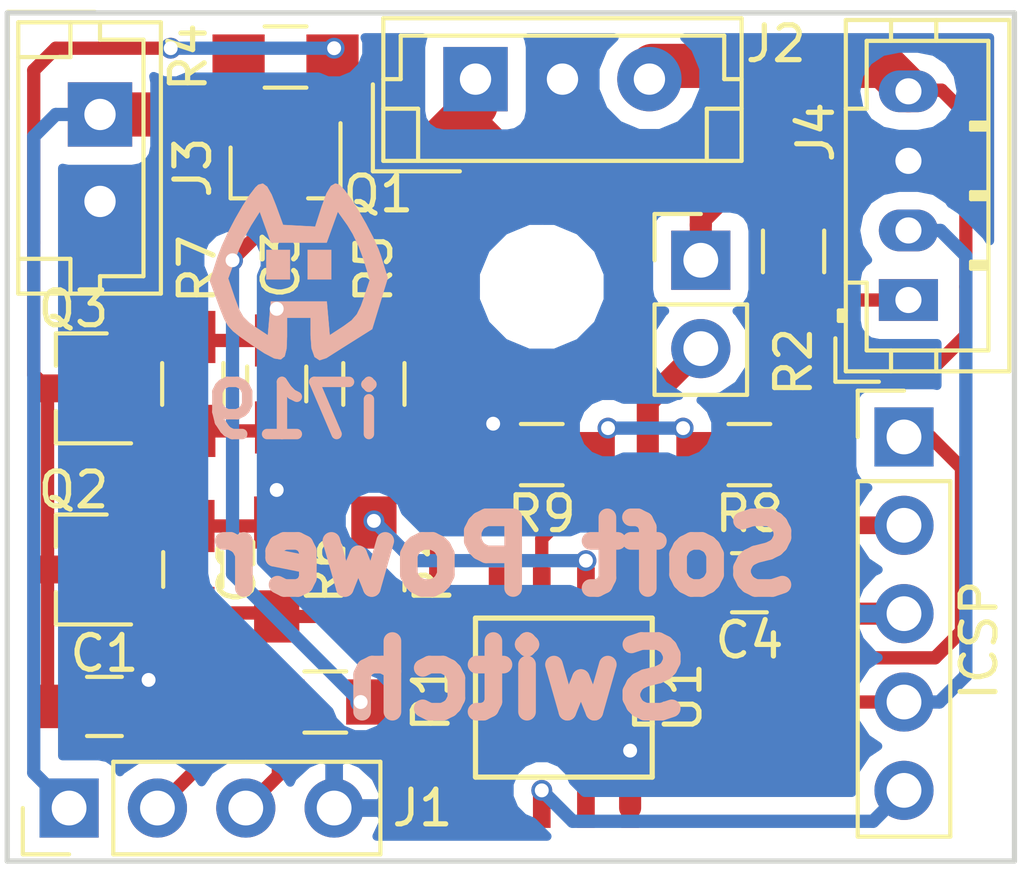
<source format=kicad_pcb>
(kicad_pcb (version 4) (host pcbnew 4.0.7)

  (general
    (links 47)
    (no_connects 0)
    (area 122.652 88.329999 155.243 116.150477)
    (thickness 1.6)
    (drawings 7)
    (tracks 144)
    (zones 0)
    (modules 25)
    (nets 17)
  )

  (page A4)
  (layers
    (0 F.Cu signal)
    (31 B.Cu signal)
    (32 B.Adhes user)
    (33 F.Adhes user)
    (34 B.Paste user)
    (35 F.Paste user)
    (36 B.SilkS user)
    (37 F.SilkS user)
    (38 B.Mask user)
    (39 F.Mask user)
    (40 Dwgs.User user)
    (41 Cmts.User user hide)
    (42 Eco1.User user)
    (43 Eco2.User user)
    (44 Edge.Cuts user)
    (45 Margin user)
    (46 B.CrtYd user hide)
    (47 F.CrtYd user hide)
    (48 B.Fab user hide)
    (49 F.Fab user hide)
  )

  (setup
    (last_trace_width 0.25)
    (user_trace_width 0.254)
    (user_trace_width 0.381)
    (user_trace_width 0.508)
    (user_trace_width 0.635)
    (user_trace_width 1.016)
    (user_trace_width 1.27)
    (trace_clearance 0.2)
    (zone_clearance 0.508)
    (zone_45_only yes)
    (trace_min 0.2)
    (segment_width 0.2)
    (edge_width 0.15)
    (via_size 0.6)
    (via_drill 0.4)
    (via_min_size 0.4)
    (via_min_drill 0.3)
    (user_via 1.27 0.762)
    (uvia_size 0.3)
    (uvia_drill 0.1)
    (uvias_allowed no)
    (uvia_min_size 0.2)
    (uvia_min_drill 0.1)
    (pcb_text_width 0.3)
    (pcb_text_size 1.5 1.5)
    (mod_edge_width 0.15)
    (mod_text_size 1 1)
    (mod_text_width 0.15)
    (pad_size 1.2 1.7)
    (pad_drill 0.75)
    (pad_to_mask_clearance 0.2)
    (aux_axis_origin 0 0)
    (visible_elements 7FFEFFFF)
    (pcbplotparams
      (layerselection 0x010f0_80000001)
      (usegerberextensions true)
      (excludeedgelayer true)
      (linewidth 0.100000)
      (plotframeref false)
      (viasonmask false)
      (mode 1)
      (useauxorigin false)
      (hpglpennumber 1)
      (hpglpenspeed 20)
      (hpglpendiameter 15)
      (hpglpenoverlay 2)
      (psnegative false)
      (psa4output false)
      (plotreference true)
      (plotvalue true)
      (plotinvisibletext false)
      (padsonsilk false)
      (subtractmaskfromsilk false)
      (outputformat 1)
      (mirror false)
      (drillshape 0)
      (scaleselection 1)
      (outputdirectory ""))
  )

  (net 0 "")
  (net 1 "Net-(C1-Pad1)")
  (net 2 GND)
  (net 3 "Net-(J1-Pad1)")
  (net 4 BAT_PWR)
  (net 5 VDD)
  (net 6 VBAT)
  (net 7 MCLR)
  (net 8 ICSPDAT)
  (net 9 ICSPCLK)
  (net 10 SW)
  (net 11 PWR_EN)
  (net 12 "Net-(C2-Pad1)")
  (net 13 "Net-(C3-Pad1)")
  (net 14 "Net-(J2-Pad3)")
  (net 15 "Net-(R8-Pad2)")
  (net 16 "Net-(J1-Pad3)")

  (net_class Default "This is the default net class."
    (clearance 0.2)
    (trace_width 0.25)
    (via_dia 0.6)
    (via_drill 0.4)
    (uvia_dia 0.3)
    (uvia_drill 0.1)
    (add_net BAT_PWR)
    (add_net GND)
    (add_net ICSPCLK)
    (add_net ICSPDAT)
    (add_net MCLR)
    (add_net "Net-(C2-Pad1)")
    (add_net "Net-(C3-Pad1)")
    (add_net "Net-(J1-Pad3)")
    (add_net "Net-(J2-Pad3)")
    (add_net "Net-(R8-Pad2)")
    (add_net PWR_EN)
    (add_net SW)
    (add_net VBAT)
    (add_net VDD)
  )

  (net_class Signal ""
    (clearance 0.2)
    (trace_width 0.381)
    (via_dia 0.6)
    (via_drill 0.4)
    (uvia_dia 0.3)
    (uvia_drill 0.1)
    (add_net "Net-(C1-Pad1)")
    (add_net "Net-(J1-Pad1)")
  )

  (module Connectors_JST:JST_EH_B02B-EH-A_02x2.50mm_Straight (layer F.Cu) (tedit 5B50FFE1) (tstamp 5B502E5C)
    (at 127.127 91.821 270)
    (descr "JST EH series connector, B02B-EH-A, 2.50mm pitch, top entry")
    (tags "connector jst eh top vertical straight")
    (path /5B4F3F00)
    (fp_text reference J3 (at 1.524 -2.667 270) (layer F.SilkS)
      (effects (font (size 1 1) (thickness 0.15)))
    )
    (fp_text value Battery (at 1.25 3.5 270) (layer F.Fab)
      (effects (font (size 1 1) (thickness 0.15)))
    )
    (fp_text user %R (at 1.25 -3 270) (layer F.Fab)
      (effects (font (size 1 1) (thickness 0.15)))
    )
    (fp_line (start -2.5 -1.6) (end -2.5 2.2) (layer F.Fab) (width 0.1))
    (fp_line (start -2.5 2.2) (end 5 2.2) (layer F.Fab) (width 0.1))
    (fp_line (start 5 2.2) (end 5 -1.6) (layer F.Fab) (width 0.1))
    (fp_line (start 5 -1.6) (end -2.5 -1.6) (layer F.Fab) (width 0.1))
    (fp_line (start -2.65 -1.75) (end -2.65 2.35) (layer F.SilkS) (width 0.12))
    (fp_line (start -2.65 2.35) (end 5.15 2.35) (layer F.SilkS) (width 0.12))
    (fp_line (start 5.15 2.35) (end 5.15 -1.75) (layer F.SilkS) (width 0.12))
    (fp_line (start 5.15 -1.75) (end -2.65 -1.75) (layer F.SilkS) (width 0.12))
    (fp_line (start -2.65 0) (end -2.15 0) (layer F.SilkS) (width 0.12))
    (fp_line (start -2.15 0) (end -2.15 -1.25) (layer F.SilkS) (width 0.12))
    (fp_line (start -2.15 -1.25) (end 4.65 -1.25) (layer F.SilkS) (width 0.12))
    (fp_line (start 4.65 -1.25) (end 4.65 0) (layer F.SilkS) (width 0.12))
    (fp_line (start 4.65 0) (end 5.15 0) (layer F.SilkS) (width 0.12))
    (fp_line (start -2.65 0.85) (end -1.65 0.85) (layer F.SilkS) (width 0.12))
    (fp_line (start -1.65 0.85) (end -1.65 2.35) (layer F.SilkS) (width 0.12))
    (fp_line (start 5.15 0.85) (end 4.15 0.85) (layer F.SilkS) (width 0.12))
    (fp_line (start 4.15 0.85) (end 4.15 2.35) (layer F.SilkS) (width 0.12))
    (fp_line (start -2.95 0.15) (end -2.95 2.65) (layer F.SilkS) (width 0.12))
    (fp_line (start -2.95 2.65) (end -0.45 2.65) (layer F.SilkS) (width 0.12))
    (fp_line (start -2.95 0.15) (end -2.95 2.65) (layer F.Fab) (width 0.1))
    (fp_line (start -2.95 2.65) (end -0.45 2.65) (layer F.Fab) (width 0.1))
    (fp_line (start -3.15 -2.25) (end -3.15 2.85) (layer F.CrtYd) (width 0.05))
    (fp_line (start -3.15 2.85) (end 5.65 2.85) (layer F.CrtYd) (width 0.05))
    (fp_line (start 5.65 2.85) (end 5.65 -2.25) (layer F.CrtYd) (width 0.05))
    (fp_line (start 5.65 -2.25) (end -3.15 -2.25) (layer F.CrtYd) (width 0.05))
    (pad 1 thru_hole rect (at 0 0 270) (size 1.85 1.85) (drill 0.9) (layers *.Cu *.Mask)
      (net 3 "Net-(J1-Pad1)"))
    (pad 2 thru_hole circle (at 2.5 0 270) (size 1.85 1.85) (drill 0.9) (layers *.Cu *.Mask)
      (net 2 GND) (zone_connect 2))
    (model Connectors_JST.3dshapes/JST_EH_B02B-EH-A_02x2.50mm_Straight.wrl
      (at (xyz 0 0 0))
      (scale (xyz 1 1 1))
      (rotate (xyz 0 0 0))
    )
  )

  (module Pin_Headers:Pin_Header_Straight_1x04_Pitch2.54mm (layer F.Cu) (tedit 5B510047) (tstamp 5B502E4F)
    (at 126.238 111.76 90)
    (descr "Through hole straight pin header, 1x04, 2.54mm pitch, single row")
    (tags "Through hole pin header THT 1x04 2.54mm single row")
    (path /5B4F1A43)
    (fp_text reference J1 (at 0 10.16 180) (layer F.SilkS)
      (effects (font (size 1 1) (thickness 0.15)))
    )
    (fp_text value Pushbutton (at 0 9.95 90) (layer F.Fab)
      (effects (font (size 1 1) (thickness 0.15)))
    )
    (fp_line (start -0.635 -1.27) (end 1.27 -1.27) (layer F.Fab) (width 0.1))
    (fp_line (start 1.27 -1.27) (end 1.27 8.89) (layer F.Fab) (width 0.1))
    (fp_line (start 1.27 8.89) (end -1.27 8.89) (layer F.Fab) (width 0.1))
    (fp_line (start -1.27 8.89) (end -1.27 -0.635) (layer F.Fab) (width 0.1))
    (fp_line (start -1.27 -0.635) (end -0.635 -1.27) (layer F.Fab) (width 0.1))
    (fp_line (start -1.33 8.95) (end 1.33 8.95) (layer F.SilkS) (width 0.12))
    (fp_line (start -1.33 1.27) (end -1.33 8.95) (layer F.SilkS) (width 0.12))
    (fp_line (start 1.33 1.27) (end 1.33 8.95) (layer F.SilkS) (width 0.12))
    (fp_line (start -1.33 1.27) (end 1.33 1.27) (layer F.SilkS) (width 0.12))
    (fp_line (start -1.33 0) (end -1.33 -1.33) (layer F.SilkS) (width 0.12))
    (fp_line (start -1.33 -1.33) (end 0 -1.33) (layer F.SilkS) (width 0.12))
    (fp_line (start -1.8 -1.8) (end -1.8 9.4) (layer F.CrtYd) (width 0.05))
    (fp_line (start -1.8 9.4) (end 1.8 9.4) (layer F.CrtYd) (width 0.05))
    (fp_line (start 1.8 9.4) (end 1.8 -1.8) (layer F.CrtYd) (width 0.05))
    (fp_line (start 1.8 -1.8) (end -1.8 -1.8) (layer F.CrtYd) (width 0.05))
    (fp_text user %R (at 0 3.81 180) (layer F.Fab)
      (effects (font (size 1 1) (thickness 0.15)))
    )
    (pad 1 thru_hole rect (at 0 0 90) (size 1.7 1.7) (drill 1) (layers *.Cu *.Mask)
      (net 3 "Net-(J1-Pad1)"))
    (pad 2 thru_hole oval (at 0 2.54 90) (size 1.7 1.7) (drill 1) (layers *.Cu *.Mask)
      (net 12 "Net-(C2-Pad1)"))
    (pad 3 thru_hole oval (at 0 5.08 90) (size 1.7 1.7) (drill 1) (layers *.Cu *.Mask)
      (net 16 "Net-(J1-Pad3)"))
    (pad 4 thru_hole oval (at 0 7.62 90) (size 1.7 1.7) (drill 1) (layers *.Cu *.Mask)
      (net 2 GND))
    (model ${KISYS3DMOD}/Pin_Headers.3dshapes/Pin_Header_Straight_1x04_Pitch2.54mm.wrl
      (at (xyz 0 0 0))
      (scale (xyz 1 1 1))
      (rotate (xyz 0 0 0))
    )
  )

  (module Capacitors_SMD:C_0805_HandSoldering (layer F.Cu) (tedit 5B50FF9E) (tstamp 5B502E2F)
    (at 145.796 105.283)
    (descr "Capacitor SMD 0805, hand soldering")
    (tags "capacitor 0805")
    (path /5B4FE07B)
    (attr smd)
    (fp_text reference C4 (at 0 1.651) (layer F.SilkS)
      (effects (font (size 1 1) (thickness 0.15)))
    )
    (fp_text value .1u (at 0 1.75) (layer F.Fab)
      (effects (font (size 1 1) (thickness 0.15)))
    )
    (fp_text user %R (at 0 -1.75) (layer F.Fab)
      (effects (font (size 1 1) (thickness 0.15)))
    )
    (fp_line (start -1 0.62) (end -1 -0.62) (layer F.Fab) (width 0.1))
    (fp_line (start 1 0.62) (end -1 0.62) (layer F.Fab) (width 0.1))
    (fp_line (start 1 -0.62) (end 1 0.62) (layer F.Fab) (width 0.1))
    (fp_line (start -1 -0.62) (end 1 -0.62) (layer F.Fab) (width 0.1))
    (fp_line (start 0.5 -0.85) (end -0.5 -0.85) (layer F.SilkS) (width 0.12))
    (fp_line (start -0.5 0.85) (end 0.5 0.85) (layer F.SilkS) (width 0.12))
    (fp_line (start -2.25 -0.88) (end 2.25 -0.88) (layer F.CrtYd) (width 0.05))
    (fp_line (start -2.25 -0.88) (end -2.25 0.87) (layer F.CrtYd) (width 0.05))
    (fp_line (start 2.25 0.87) (end 2.25 -0.88) (layer F.CrtYd) (width 0.05))
    (fp_line (start 2.25 0.87) (end -2.25 0.87) (layer F.CrtYd) (width 0.05))
    (pad 1 smd rect (at -1.25 0) (size 1.5 1.25) (layers F.Cu F.Paste F.Mask)
      (net 5 VDD))
    (pad 2 smd rect (at 1.25 0) (size 1.5 1.25) (layers F.Cu F.Paste F.Mask)
      (net 2 GND))
    (model Capacitors_SMD.3dshapes/C_0805.wrl
      (at (xyz 0 0 0))
      (scale (xyz 1 1 1))
      (rotate (xyz 0 0 0))
    )
  )

  (module Pin_Headers:Pin_Header_Straight_1x05_Pitch2.54mm (layer F.Cu) (tedit 5B512003) (tstamp 5B502E65)
    (at 150.241 101.092)
    (descr "Through hole straight pin header, 1x05, 2.54mm pitch, single row")
    (tags "Through hole pin header THT 1x05 2.54mm single row")
    (path /5B5008EB)
    (fp_text reference ICSP (at 2.159 5.842 90) (layer F.SilkS)
      (effects (font (size 1 1) (thickness 0.15)))
    )
    (fp_text value Pogo (at 0 12.49) (layer F.Fab)
      (effects (font (size 1 1) (thickness 0.15)))
    )
    (fp_line (start -0.635 -1.27) (end 1.27 -1.27) (layer F.Fab) (width 0.1))
    (fp_line (start 1.27 -1.27) (end 1.27 11.43) (layer F.Fab) (width 0.1))
    (fp_line (start 1.27 11.43) (end -1.27 11.43) (layer F.Fab) (width 0.1))
    (fp_line (start -1.27 11.43) (end -1.27 -0.635) (layer F.Fab) (width 0.1))
    (fp_line (start -1.27 -0.635) (end -0.635 -1.27) (layer F.Fab) (width 0.1))
    (fp_line (start -1.33 11.49) (end 1.33 11.49) (layer F.SilkS) (width 0.12))
    (fp_line (start -1.33 1.27) (end -1.33 11.49) (layer F.SilkS) (width 0.12))
    (fp_line (start 1.33 1.27) (end 1.33 11.49) (layer F.SilkS) (width 0.12))
    (fp_line (start -1.33 1.27) (end 1.33 1.27) (layer F.SilkS) (width 0.12))
    (fp_line (start -1.33 0) (end -1.33 -1.33) (layer F.SilkS) (width 0.12))
    (fp_line (start -1.33 -1.33) (end 0 -1.33) (layer F.SilkS) (width 0.12))
    (fp_line (start -1.8 -1.8) (end -1.8 11.95) (layer F.CrtYd) (width 0.05))
    (fp_line (start -1.8 11.95) (end 1.8 11.95) (layer F.CrtYd) (width 0.05))
    (fp_line (start 1.8 11.95) (end 1.8 -1.8) (layer F.CrtYd) (width 0.05))
    (fp_line (start 1.8 -1.8) (end -1.8 -1.8) (layer F.CrtYd) (width 0.05))
    (fp_text user %R (at 0 5.08 90) (layer F.Fab)
      (effects (font (size 1 1) (thickness 0.15)))
    )
    (pad 1 thru_hole rect (at 0 0) (size 1.7 1.7) (drill 1) (layers *.Cu *.Mask)
      (net 7 MCLR))
    (pad 2 thru_hole oval (at 0 2.54) (size 1.7 1.7) (drill 1) (layers *.Cu *.Mask)
      (net 5 VDD))
    (pad 3 thru_hole oval (at 0 5.08) (size 1.7 1.7) (drill 1) (layers *.Cu *.Mask)
      (net 2 GND))
    (pad 4 thru_hole oval (at 0 7.62) (size 1.7 1.7) (drill 1) (layers *.Cu *.Mask)
      (net 8 ICSPDAT))
    (pad 5 thru_hole oval (at 0 10.16) (size 1.7 1.7) (drill 1) (layers *.Cu *.Mask)
      (net 9 ICSPCLK))
    (model ${KISYS3DMOD}/Pin_Headers.3dshapes/Pin_Header_Straight_1x05_Pitch2.54mm.wrl
      (at (xyz 0 0 0))
      (scale (xyz 1 1 1))
      (rotate (xyz 0 0 0))
    )
  )

  (module TO_SOT_Packages_SMD:SOT-23 (layer F.Cu) (tedit 5B51048D) (tstamp 5B502E78)
    (at 132.461 93.472 270)
    (descr "SOT-23, Standard")
    (tags SOT-23)
    (path /5B4F3EFA)
    (attr smd)
    (fp_text reference Q1 (at 0.635 -2.667 360) (layer F.SilkS)
      (effects (font (size 1 1) (thickness 0.15)))
    )
    (fp_text value Si2305 (at 0 2.5 270) (layer F.Fab)
      (effects (font (size 1 1) (thickness 0.15)))
    )
    (fp_text user %R (at 0 0 360) (layer F.Fab)
      (effects (font (size 0.5 0.5) (thickness 0.075)))
    )
    (fp_line (start -0.7 -0.95) (end -0.7 1.5) (layer F.Fab) (width 0.1))
    (fp_line (start -0.15 -1.52) (end 0.7 -1.52) (layer F.Fab) (width 0.1))
    (fp_line (start -0.7 -0.95) (end -0.15 -1.52) (layer F.Fab) (width 0.1))
    (fp_line (start 0.7 -1.52) (end 0.7 1.52) (layer F.Fab) (width 0.1))
    (fp_line (start -0.7 1.52) (end 0.7 1.52) (layer F.Fab) (width 0.1))
    (fp_line (start 0.76 1.58) (end 0.76 0.65) (layer F.SilkS) (width 0.12))
    (fp_line (start 0.76 -1.58) (end 0.76 -0.65) (layer F.SilkS) (width 0.12))
    (fp_line (start -1.7 -1.75) (end 1.7 -1.75) (layer F.CrtYd) (width 0.05))
    (fp_line (start 1.7 -1.75) (end 1.7 1.75) (layer F.CrtYd) (width 0.05))
    (fp_line (start 1.7 1.75) (end -1.7 1.75) (layer F.CrtYd) (width 0.05))
    (fp_line (start -1.7 1.75) (end -1.7 -1.75) (layer F.CrtYd) (width 0.05))
    (fp_line (start 0.76 -1.58) (end -1.4 -1.58) (layer F.SilkS) (width 0.12))
    (fp_line (start 0.76 1.58) (end -0.7 1.58) (layer F.SilkS) (width 0.12))
    (pad 1 smd rect (at -1 -0.95 270) (size 0.9 0.8) (layers F.Cu F.Paste F.Mask)
      (net 1 "Net-(C1-Pad1)"))
    (pad 2 smd rect (at -1 0.95 270) (size 0.9 0.8) (layers F.Cu F.Paste F.Mask)
      (net 3 "Net-(J1-Pad1)"))
    (pad 3 smd rect (at 1 0 270) (size 0.9 0.8) (layers F.Cu F.Paste F.Mask)
      (net 4 BAT_PWR))
    (model ${KISYS3DMOD}/TO_SOT_Packages_SMD.3dshapes/SOT-23.wrl
      (at (xyz 0 0 0))
      (scale (xyz 1 1 1))
      (rotate (xyz 0 0 0))
    )
  )

  (module TO_SOT_Packages_SMD:SOT-23 (layer F.Cu) (tedit 5B51006B) (tstamp 5B502E7F)
    (at 126.619 104.902 180)
    (descr "SOT-23, Standard")
    (tags SOT-23)
    (path /5B4F3E8C)
    (attr smd)
    (fp_text reference Q2 (at 0.254 2.286 360) (layer F.SilkS)
      (effects (font (size 1 1) (thickness 0.15)))
    )
    (fp_text value 2N7002 (at 0 2.5 180) (layer F.Fab)
      (effects (font (size 1 1) (thickness 0.15)))
    )
    (fp_text user %R (at 0 0 270) (layer F.Fab)
      (effects (font (size 0.5 0.5) (thickness 0.075)))
    )
    (fp_line (start -0.7 -0.95) (end -0.7 1.5) (layer F.Fab) (width 0.1))
    (fp_line (start -0.15 -1.52) (end 0.7 -1.52) (layer F.Fab) (width 0.1))
    (fp_line (start -0.7 -0.95) (end -0.15 -1.52) (layer F.Fab) (width 0.1))
    (fp_line (start 0.7 -1.52) (end 0.7 1.52) (layer F.Fab) (width 0.1))
    (fp_line (start -0.7 1.52) (end 0.7 1.52) (layer F.Fab) (width 0.1))
    (fp_line (start 0.76 1.58) (end 0.76 0.65) (layer F.SilkS) (width 0.12))
    (fp_line (start 0.76 -1.58) (end 0.76 -0.65) (layer F.SilkS) (width 0.12))
    (fp_line (start -1.7 -1.75) (end 1.7 -1.75) (layer F.CrtYd) (width 0.05))
    (fp_line (start 1.7 -1.75) (end 1.7 1.75) (layer F.CrtYd) (width 0.05))
    (fp_line (start 1.7 1.75) (end -1.7 1.75) (layer F.CrtYd) (width 0.05))
    (fp_line (start -1.7 1.75) (end -1.7 -1.75) (layer F.CrtYd) (width 0.05))
    (fp_line (start 0.76 -1.58) (end -1.4 -1.58) (layer F.SilkS) (width 0.12))
    (fp_line (start 0.76 1.58) (end -0.7 1.58) (layer F.SilkS) (width 0.12))
    (pad 1 smd rect (at -1 -0.95 180) (size 0.9 0.8) (layers F.Cu F.Paste F.Mask)
      (net 12 "Net-(C2-Pad1)"))
    (pad 2 smd rect (at -1 0.95 180) (size 0.9 0.8) (layers F.Cu F.Paste F.Mask)
      (net 2 GND))
    (pad 3 smd rect (at 1 0 180) (size 0.9 0.8) (layers F.Cu F.Paste F.Mask)
      (net 1 "Net-(C1-Pad1)"))
    (model ${KISYS3DMOD}/TO_SOT_Packages_SMD.3dshapes/SOT-23.wrl
      (at (xyz 0 0 0))
      (scale (xyz 1 1 1))
      (rotate (xyz 0 0 0))
    )
  )

  (module TO_SOT_Packages_SMD:SOT-23 (layer F.Cu) (tedit 5B510067) (tstamp 5B502E86)
    (at 126.619 99.695 180)
    (descr "SOT-23, Standard")
    (tags SOT-23)
    (path /5B4F3E86)
    (attr smd)
    (fp_text reference Q3 (at 0.254 2.286 360) (layer F.SilkS)
      (effects (font (size 1 1) (thickness 0.15)))
    )
    (fp_text value 2N7002 (at 0 2.5 180) (layer F.Fab)
      (effects (font (size 1 1) (thickness 0.15)))
    )
    (fp_text user %R (at 0 0 270) (layer F.Fab)
      (effects (font (size 0.5 0.5) (thickness 0.075)))
    )
    (fp_line (start -0.7 -0.95) (end -0.7 1.5) (layer F.Fab) (width 0.1))
    (fp_line (start -0.15 -1.52) (end 0.7 -1.52) (layer F.Fab) (width 0.1))
    (fp_line (start -0.7 -0.95) (end -0.15 -1.52) (layer F.Fab) (width 0.1))
    (fp_line (start 0.7 -1.52) (end 0.7 1.52) (layer F.Fab) (width 0.1))
    (fp_line (start -0.7 1.52) (end 0.7 1.52) (layer F.Fab) (width 0.1))
    (fp_line (start 0.76 1.58) (end 0.76 0.65) (layer F.SilkS) (width 0.12))
    (fp_line (start 0.76 -1.58) (end 0.76 -0.65) (layer F.SilkS) (width 0.12))
    (fp_line (start -1.7 -1.75) (end 1.7 -1.75) (layer F.CrtYd) (width 0.05))
    (fp_line (start 1.7 -1.75) (end 1.7 1.75) (layer F.CrtYd) (width 0.05))
    (fp_line (start 1.7 1.75) (end -1.7 1.75) (layer F.CrtYd) (width 0.05))
    (fp_line (start -1.7 1.75) (end -1.7 -1.75) (layer F.CrtYd) (width 0.05))
    (fp_line (start 0.76 -1.58) (end -1.4 -1.58) (layer F.SilkS) (width 0.12))
    (fp_line (start 0.76 1.58) (end -0.7 1.58) (layer F.SilkS) (width 0.12))
    (pad 1 smd rect (at -1 -0.95 180) (size 0.9 0.8) (layers F.Cu F.Paste F.Mask)
      (net 13 "Net-(C3-Pad1)"))
    (pad 2 smd rect (at -1 0.95 180) (size 0.9 0.8) (layers F.Cu F.Paste F.Mask)
      (net 2 GND))
    (pad 3 smd rect (at 1 0 180) (size 0.9 0.8) (layers F.Cu F.Paste F.Mask)
      (net 1 "Net-(C1-Pad1)"))
    (model ${KISYS3DMOD}/TO_SOT_Packages_SMD.3dshapes/SOT-23.wrl
      (at (xyz 0 0 0))
      (scale (xyz 1 1 1))
      (rotate (xyz 0 0 0))
    )
  )

  (module Resistors_SMD:R_0805_HandSoldering (layer F.Cu) (tedit 5B50FFEE) (tstamp 5B502E8C)
    (at 133.604 108.712 180)
    (descr "Resistor SMD 0805, hand soldering")
    (tags "resistor 0805")
    (path /5B4F3EDB)
    (attr smd)
    (fp_text reference R1 (at -3.048 0.127 270) (layer F.SilkS)
      (effects (font (size 1 1) (thickness 0.15)))
    )
    (fp_text value 430 (at 0 1.75 180) (layer F.Fab)
      (effects (font (size 1 1) (thickness 0.15)))
    )
    (fp_text user %R (at 0 0 180) (layer F.Fab)
      (effects (font (size 0.5 0.5) (thickness 0.075)))
    )
    (fp_line (start -1 0.62) (end -1 -0.62) (layer F.Fab) (width 0.1))
    (fp_line (start 1 0.62) (end -1 0.62) (layer F.Fab) (width 0.1))
    (fp_line (start 1 -0.62) (end 1 0.62) (layer F.Fab) (width 0.1))
    (fp_line (start -1 -0.62) (end 1 -0.62) (layer F.Fab) (width 0.1))
    (fp_line (start 0.6 0.88) (end -0.6 0.88) (layer F.SilkS) (width 0.12))
    (fp_line (start -0.6 -0.88) (end 0.6 -0.88) (layer F.SilkS) (width 0.12))
    (fp_line (start -2.35 -0.9) (end 2.35 -0.9) (layer F.CrtYd) (width 0.05))
    (fp_line (start -2.35 -0.9) (end -2.35 0.9) (layer F.CrtYd) (width 0.05))
    (fp_line (start 2.35 0.9) (end 2.35 -0.9) (layer F.CrtYd) (width 0.05))
    (fp_line (start 2.35 0.9) (end -2.35 0.9) (layer F.CrtYd) (width 0.05))
    (pad 1 smd rect (at -1.35 0 180) (size 1.5 1.3) (layers F.Cu F.Paste F.Mask)
      (net 4 BAT_PWR))
    (pad 2 smd rect (at 1.35 0 180) (size 1.5 1.3) (layers F.Cu F.Paste F.Mask)
      (net 16 "Net-(J1-Pad3)"))
    (model ${KISYS3DMOD}/Resistors_SMD.3dshapes/R_0805.wrl
      (at (xyz 0 0 0))
      (scale (xyz 1 1 1))
      (rotate (xyz 0 0 0))
    )
  )

  (module Resistors_SMD:R_0805_HandSoldering (layer F.Cu) (tedit 58E0A804) (tstamp 5B502E98)
    (at 135.001 104.902 270)
    (descr "Resistor SMD 0805, hand soldering")
    (tags "resistor 0805")
    (path /5B4F3EA4)
    (attr smd)
    (fp_text reference R3 (at 0 -1.7 270) (layer F.SilkS)
      (effects (font (size 1 1) (thickness 0.15)))
    )
    (fp_text value 5K (at 0 1.75 270) (layer F.Fab)
      (effects (font (size 1 1) (thickness 0.15)))
    )
    (fp_text user %R (at 0 0 270) (layer F.Fab)
      (effects (font (size 0.5 0.5) (thickness 0.075)))
    )
    (fp_line (start -1 0.62) (end -1 -0.62) (layer F.Fab) (width 0.1))
    (fp_line (start 1 0.62) (end -1 0.62) (layer F.Fab) (width 0.1))
    (fp_line (start 1 -0.62) (end 1 0.62) (layer F.Fab) (width 0.1))
    (fp_line (start -1 -0.62) (end 1 -0.62) (layer F.Fab) (width 0.1))
    (fp_line (start 0.6 0.88) (end -0.6 0.88) (layer F.SilkS) (width 0.12))
    (fp_line (start -0.6 -0.88) (end 0.6 -0.88) (layer F.SilkS) (width 0.12))
    (fp_line (start -2.35 -0.9) (end 2.35 -0.9) (layer F.CrtYd) (width 0.05))
    (fp_line (start -2.35 -0.9) (end -2.35 0.9) (layer F.CrtYd) (width 0.05))
    (fp_line (start 2.35 0.9) (end 2.35 -0.9) (layer F.CrtYd) (width 0.05))
    (fp_line (start 2.35 0.9) (end -2.35 0.9) (layer F.CrtYd) (width 0.05))
    (pad 1 smd rect (at -1.35 0 270) (size 1.5 1.3) (layers F.Cu F.Paste F.Mask)
      (net 10 SW))
    (pad 2 smd rect (at 1.35 0 270) (size 1.5 1.3) (layers F.Cu F.Paste F.Mask)
      (net 12 "Net-(C2-Pad1)"))
    (model ${KISYS3DMOD}/Resistors_SMD.3dshapes/R_0805.wrl
      (at (xyz 0 0 0))
      (scale (xyz 1 1 1))
      (rotate (xyz 0 0 0))
    )
  )

  (module Resistors_SMD:R_0805_HandSoldering (layer F.Cu) (tedit 5B50FFEA) (tstamp 5B502EA4)
    (at 135.001 99.568 270)
    (descr "Resistor SMD 0805, hand soldering")
    (tags "resistor 0805")
    (path /5B4FFEA9)
    (attr smd)
    (fp_text reference R5 (at -3.302 0 270) (layer F.SilkS)
      (effects (font (size 1 1) (thickness 0.15)))
    )
    (fp_text value 1K (at 0 1.75 270) (layer F.Fab)
      (effects (font (size 1 1) (thickness 0.15)))
    )
    (fp_text user %R (at 0 0 270) (layer F.Fab)
      (effects (font (size 0.5 0.5) (thickness 0.075)))
    )
    (fp_line (start -1 0.62) (end -1 -0.62) (layer F.Fab) (width 0.1))
    (fp_line (start 1 0.62) (end -1 0.62) (layer F.Fab) (width 0.1))
    (fp_line (start 1 -0.62) (end 1 0.62) (layer F.Fab) (width 0.1))
    (fp_line (start -1 -0.62) (end 1 -0.62) (layer F.Fab) (width 0.1))
    (fp_line (start 0.6 0.88) (end -0.6 0.88) (layer F.SilkS) (width 0.12))
    (fp_line (start -0.6 -0.88) (end 0.6 -0.88) (layer F.SilkS) (width 0.12))
    (fp_line (start -2.35 -0.9) (end 2.35 -0.9) (layer F.CrtYd) (width 0.05))
    (fp_line (start -2.35 -0.9) (end -2.35 0.9) (layer F.CrtYd) (width 0.05))
    (fp_line (start 2.35 0.9) (end 2.35 -0.9) (layer F.CrtYd) (width 0.05))
    (fp_line (start 2.35 0.9) (end -2.35 0.9) (layer F.CrtYd) (width 0.05))
    (pad 1 smd rect (at -1.35 0 270) (size 1.5 1.3) (layers F.Cu F.Paste F.Mask)
      (net 11 PWR_EN))
    (pad 2 smd rect (at 1.35 0 270) (size 1.5 1.3) (layers F.Cu F.Paste F.Mask)
      (net 13 "Net-(C3-Pad1)"))
    (model ${KISYS3DMOD}/Resistors_SMD.3dshapes/R_0805.wrl
      (at (xyz 0 0 0))
      (scale (xyz 1 1 1))
      (rotate (xyz 0 0 0))
    )
  )

  (module Resistors_SMD:R_0805_HandSoldering (layer F.Cu) (tedit 5B50FFDE) (tstamp 5B502EB0)
    (at 129.794 99.568 90)
    (descr "Resistor SMD 0805, hand soldering")
    (tags "resistor 0805")
    (path /5B4FA03D)
    (attr smd)
    (fp_text reference R7 (at 3.302 0.127 90) (layer F.SilkS)
      (effects (font (size 1 1) (thickness 0.15)))
    )
    (fp_text value 100K (at 0 1.75 90) (layer F.Fab)
      (effects (font (size 1 1) (thickness 0.15)))
    )
    (fp_text user %R (at 0 0 90) (layer F.Fab)
      (effects (font (size 0.5 0.5) (thickness 0.075)))
    )
    (fp_line (start -1 0.62) (end -1 -0.62) (layer F.Fab) (width 0.1))
    (fp_line (start 1 0.62) (end -1 0.62) (layer F.Fab) (width 0.1))
    (fp_line (start 1 -0.62) (end 1 0.62) (layer F.Fab) (width 0.1))
    (fp_line (start -1 -0.62) (end 1 -0.62) (layer F.Fab) (width 0.1))
    (fp_line (start 0.6 0.88) (end -0.6 0.88) (layer F.SilkS) (width 0.12))
    (fp_line (start -0.6 -0.88) (end 0.6 -0.88) (layer F.SilkS) (width 0.12))
    (fp_line (start -2.35 -0.9) (end 2.35 -0.9) (layer F.CrtYd) (width 0.05))
    (fp_line (start -2.35 -0.9) (end -2.35 0.9) (layer F.CrtYd) (width 0.05))
    (fp_line (start 2.35 0.9) (end 2.35 -0.9) (layer F.CrtYd) (width 0.05))
    (fp_line (start 2.35 0.9) (end -2.35 0.9) (layer F.CrtYd) (width 0.05))
    (pad 1 smd rect (at -1.35 0 90) (size 1.5 1.3) (layers F.Cu F.Paste F.Mask)
      (net 13 "Net-(C3-Pad1)"))
    (pad 2 smd rect (at 1.35 0 90) (size 1.5 1.3) (layers F.Cu F.Paste F.Mask)
      (net 2 GND))
    (model ${KISYS3DMOD}/Resistors_SMD.3dshapes/R_0805.wrl
      (at (xyz 0 0 0))
      (scale (xyz 1 1 1))
      (rotate (xyz 0 0 0))
    )
  )

  (module Resistors_SMD:R_0805_HandSoldering (layer F.Cu) (tedit 58E0A804) (tstamp 5B502EB6)
    (at 145.796 101.6 180)
    (descr "Resistor SMD 0805, hand soldering")
    (tags "resistor 0805")
    (path /5B502C15)
    (attr smd)
    (fp_text reference R8 (at 0 -1.7 180) (layer F.SilkS)
      (effects (font (size 1 1) (thickness 0.15)))
    )
    (fp_text value 6K (at 0 1.75 180) (layer F.Fab)
      (effects (font (size 1 1) (thickness 0.15)))
    )
    (fp_text user %R (at 0 0 180) (layer F.Fab)
      (effects (font (size 0.5 0.5) (thickness 0.075)))
    )
    (fp_line (start -1 0.62) (end -1 -0.62) (layer F.Fab) (width 0.1))
    (fp_line (start 1 0.62) (end -1 0.62) (layer F.Fab) (width 0.1))
    (fp_line (start 1 -0.62) (end 1 0.62) (layer F.Fab) (width 0.1))
    (fp_line (start -1 -0.62) (end 1 -0.62) (layer F.Fab) (width 0.1))
    (fp_line (start 0.6 0.88) (end -0.6 0.88) (layer F.SilkS) (width 0.12))
    (fp_line (start -0.6 -0.88) (end 0.6 -0.88) (layer F.SilkS) (width 0.12))
    (fp_line (start -2.35 -0.9) (end 2.35 -0.9) (layer F.CrtYd) (width 0.05))
    (fp_line (start -2.35 -0.9) (end -2.35 0.9) (layer F.CrtYd) (width 0.05))
    (fp_line (start 2.35 0.9) (end 2.35 -0.9) (layer F.CrtYd) (width 0.05))
    (fp_line (start 2.35 0.9) (end -2.35 0.9) (layer F.CrtYd) (width 0.05))
    (pad 1 smd rect (at -1.35 0 180) (size 1.5 1.3) (layers F.Cu F.Paste F.Mask)
      (net 14 "Net-(J2-Pad3)"))
    (pad 2 smd rect (at 1.35 0 180) (size 1.5 1.3) (layers F.Cu F.Paste F.Mask)
      (net 15 "Net-(R8-Pad2)"))
    (model ${KISYS3DMOD}/Resistors_SMD.3dshapes/R_0805.wrl
      (at (xyz 0 0 0))
      (scale (xyz 1 1 1))
      (rotate (xyz 0 0 0))
    )
  )

  (module Resistors_SMD:R_0805_HandSoldering (layer F.Cu) (tedit 58E0A804) (tstamp 5B502EBC)
    (at 139.827 101.6 180)
    (descr "Resistor SMD 0805, hand soldering")
    (tags "resistor 0805")
    (path /5B502D93)
    (attr smd)
    (fp_text reference R9 (at 0 -1.7 180) (layer F.SilkS)
      (effects (font (size 1 1) (thickness 0.15)))
    )
    (fp_text value 4K (at 0 1.75 180) (layer F.Fab)
      (effects (font (size 1 1) (thickness 0.15)))
    )
    (fp_text user %R (at 0 0 180) (layer F.Fab)
      (effects (font (size 0.5 0.5) (thickness 0.075)))
    )
    (fp_line (start -1 0.62) (end -1 -0.62) (layer F.Fab) (width 0.1))
    (fp_line (start 1 0.62) (end -1 0.62) (layer F.Fab) (width 0.1))
    (fp_line (start 1 -0.62) (end 1 0.62) (layer F.Fab) (width 0.1))
    (fp_line (start -1 -0.62) (end 1 -0.62) (layer F.Fab) (width 0.1))
    (fp_line (start 0.6 0.88) (end -0.6 0.88) (layer F.SilkS) (width 0.12))
    (fp_line (start -0.6 -0.88) (end 0.6 -0.88) (layer F.SilkS) (width 0.12))
    (fp_line (start -2.35 -0.9) (end 2.35 -0.9) (layer F.CrtYd) (width 0.05))
    (fp_line (start -2.35 -0.9) (end -2.35 0.9) (layer F.CrtYd) (width 0.05))
    (fp_line (start 2.35 0.9) (end 2.35 -0.9) (layer F.CrtYd) (width 0.05))
    (fp_line (start 2.35 0.9) (end -2.35 0.9) (layer F.CrtYd) (width 0.05))
    (pad 1 smd rect (at -1.35 0 180) (size 1.5 1.3) (layers F.Cu F.Paste F.Mask)
      (net 15 "Net-(R8-Pad2)"))
    (pad 2 smd rect (at 1.35 0 180) (size 1.5 1.3) (layers F.Cu F.Paste F.Mask)
      (net 2 GND))
    (model ${KISYS3DMOD}/Resistors_SMD.3dshapes/R_0805.wrl
      (at (xyz 0 0 0))
      (scale (xyz 1 1 1))
      (rotate (xyz 0 0 0))
    )
  )

  (module Capacitors_SMD:C_0805_HandSoldering (layer F.Cu) (tedit 5B510042) (tstamp 5B50E27D)
    (at 127.254 108.839)
    (descr "Capacitor SMD 0805, hand soldering")
    (tags "capacitor 0805")
    (path /5B4F3EB0)
    (attr smd)
    (fp_text reference C1 (at 0 -1.524) (layer F.SilkS)
      (effects (font (size 1 1) (thickness 0.15)))
    )
    (fp_text value .1u (at 0 1.75) (layer F.Fab)
      (effects (font (size 1 1) (thickness 0.15)))
    )
    (fp_text user %R (at 0 -1.75) (layer F.Fab)
      (effects (font (size 1 1) (thickness 0.15)))
    )
    (fp_line (start -1 0.62) (end -1 -0.62) (layer F.Fab) (width 0.1))
    (fp_line (start 1 0.62) (end -1 0.62) (layer F.Fab) (width 0.1))
    (fp_line (start 1 -0.62) (end 1 0.62) (layer F.Fab) (width 0.1))
    (fp_line (start -1 -0.62) (end 1 -0.62) (layer F.Fab) (width 0.1))
    (fp_line (start 0.5 -0.85) (end -0.5 -0.85) (layer F.SilkS) (width 0.12))
    (fp_line (start -0.5 0.85) (end 0.5 0.85) (layer F.SilkS) (width 0.12))
    (fp_line (start -2.25 -0.88) (end 2.25 -0.88) (layer F.CrtYd) (width 0.05))
    (fp_line (start -2.25 -0.88) (end -2.25 0.87) (layer F.CrtYd) (width 0.05))
    (fp_line (start 2.25 0.87) (end 2.25 -0.88) (layer F.CrtYd) (width 0.05))
    (fp_line (start 2.25 0.87) (end -2.25 0.87) (layer F.CrtYd) (width 0.05))
    (pad 1 smd rect (at -1.25 0) (size 1.5 1.25) (layers F.Cu F.Paste F.Mask)
      (net 1 "Net-(C1-Pad1)"))
    (pad 2 smd rect (at 1.25 0) (size 1.5 1.25) (layers F.Cu F.Paste F.Mask)
      (net 2 GND))
    (model Capacitors_SMD.3dshapes/C_0805.wrl
      (at (xyz 0 0 0))
      (scale (xyz 1 1 1))
      (rotate (xyz 0 0 0))
    )
  )

  (module Capacitors_SMD:C_0805_HandSoldering (layer F.Cu) (tedit 5B51004F) (tstamp 5B50E283)
    (at 129.794 104.902 90)
    (descr "Capacitor SMD 0805, hand soldering")
    (tags "capacitor 0805")
    (path /5B501278)
    (attr smd)
    (fp_text reference C2 (at 0 1.27 90) (layer F.SilkS)
      (effects (font (size 1 1) (thickness 0.15)))
    )
    (fp_text value .1u (at 0 1.75 90) (layer F.Fab)
      (effects (font (size 1 1) (thickness 0.15)))
    )
    (fp_text user %R (at 0 -1.75 90) (layer F.Fab)
      (effects (font (size 1 1) (thickness 0.15)))
    )
    (fp_line (start -1 0.62) (end -1 -0.62) (layer F.Fab) (width 0.1))
    (fp_line (start 1 0.62) (end -1 0.62) (layer F.Fab) (width 0.1))
    (fp_line (start 1 -0.62) (end 1 0.62) (layer F.Fab) (width 0.1))
    (fp_line (start -1 -0.62) (end 1 -0.62) (layer F.Fab) (width 0.1))
    (fp_line (start 0.5 -0.85) (end -0.5 -0.85) (layer F.SilkS) (width 0.12))
    (fp_line (start -0.5 0.85) (end 0.5 0.85) (layer F.SilkS) (width 0.12))
    (fp_line (start -2.25 -0.88) (end 2.25 -0.88) (layer F.CrtYd) (width 0.05))
    (fp_line (start -2.25 -0.88) (end -2.25 0.87) (layer F.CrtYd) (width 0.05))
    (fp_line (start 2.25 0.87) (end 2.25 -0.88) (layer F.CrtYd) (width 0.05))
    (fp_line (start 2.25 0.87) (end -2.25 0.87) (layer F.CrtYd) (width 0.05))
    (pad 1 smd rect (at -1.25 0 90) (size 1.5 1.25) (layers F.Cu F.Paste F.Mask)
      (net 12 "Net-(C2-Pad1)"))
    (pad 2 smd rect (at 1.25 0 90) (size 1.5 1.25) (layers F.Cu F.Paste F.Mask)
      (net 2 GND))
    (model Capacitors_SMD.3dshapes/C_0805.wrl
      (at (xyz 0 0 0))
      (scale (xyz 1 1 1))
      (rotate (xyz 0 0 0))
    )
  )

  (module Capacitors_SMD:C_0805_HandSoldering (layer F.Cu) (tedit 5B50FFD5) (tstamp 5B50E289)
    (at 132.207 99.568 90)
    (descr "Capacitor SMD 0805, hand soldering")
    (tags "capacitor 0805")
    (path /5B4F3E9E)
    (attr smd)
    (fp_text reference C3 (at 3.429 0.127 90) (layer F.SilkS)
      (effects (font (size 1 1) (thickness 0.15)))
    )
    (fp_text value .1u (at 0 1.75 90) (layer F.Fab)
      (effects (font (size 1 1) (thickness 0.15)))
    )
    (fp_text user %R (at 0 -1.75 90) (layer F.Fab)
      (effects (font (size 1 1) (thickness 0.15)))
    )
    (fp_line (start -1 0.62) (end -1 -0.62) (layer F.Fab) (width 0.1))
    (fp_line (start 1 0.62) (end -1 0.62) (layer F.Fab) (width 0.1))
    (fp_line (start 1 -0.62) (end 1 0.62) (layer F.Fab) (width 0.1))
    (fp_line (start -1 -0.62) (end 1 -0.62) (layer F.Fab) (width 0.1))
    (fp_line (start 0.5 -0.85) (end -0.5 -0.85) (layer F.SilkS) (width 0.12))
    (fp_line (start -0.5 0.85) (end 0.5 0.85) (layer F.SilkS) (width 0.12))
    (fp_line (start -2.25 -0.88) (end 2.25 -0.88) (layer F.CrtYd) (width 0.05))
    (fp_line (start -2.25 -0.88) (end -2.25 0.87) (layer F.CrtYd) (width 0.05))
    (fp_line (start 2.25 0.87) (end 2.25 -0.88) (layer F.CrtYd) (width 0.05))
    (fp_line (start 2.25 0.87) (end -2.25 0.87) (layer F.CrtYd) (width 0.05))
    (pad 1 smd rect (at -1.25 0 90) (size 1.5 1.25) (layers F.Cu F.Paste F.Mask)
      (net 13 "Net-(C3-Pad1)"))
    (pad 2 smd rect (at 1.25 0 90) (size 1.5 1.25) (layers F.Cu F.Paste F.Mask)
      (net 2 GND))
    (model Capacitors_SMD.3dshapes/C_0805.wrl
      (at (xyz 0 0 0))
      (scale (xyz 1 1 1))
      (rotate (xyz 0 0 0))
    )
  )

  (module Resistors_SMD:R_0805_HandSoldering (layer F.Cu) (tedit 5B51049C) (tstamp 5B50E28F)
    (at 147.066 95.758 90)
    (descr "Resistor SMD 0805, hand soldering")
    (tags "resistor 0805")
    (path /5B4F3EE1)
    (attr smd)
    (fp_text reference R2 (at -3.175 0 90) (layer F.SilkS)
      (effects (font (size 1 1) (thickness 0.15)))
    )
    (fp_text value 5K (at 0 1.75 90) (layer F.Fab)
      (effects (font (size 1 1) (thickness 0.15)))
    )
    (fp_text user %R (at 0 0 90) (layer F.Fab)
      (effects (font (size 0.5 0.5) (thickness 0.075)))
    )
    (fp_line (start -1 0.62) (end -1 -0.62) (layer F.Fab) (width 0.1))
    (fp_line (start 1 0.62) (end -1 0.62) (layer F.Fab) (width 0.1))
    (fp_line (start 1 -0.62) (end 1 0.62) (layer F.Fab) (width 0.1))
    (fp_line (start -1 -0.62) (end 1 -0.62) (layer F.Fab) (width 0.1))
    (fp_line (start 0.6 0.88) (end -0.6 0.88) (layer F.SilkS) (width 0.12))
    (fp_line (start -0.6 -0.88) (end 0.6 -0.88) (layer F.SilkS) (width 0.12))
    (fp_line (start -2.35 -0.9) (end 2.35 -0.9) (layer F.CrtYd) (width 0.05))
    (fp_line (start -2.35 -0.9) (end -2.35 0.9) (layer F.CrtYd) (width 0.05))
    (fp_line (start 2.35 0.9) (end 2.35 -0.9) (layer F.CrtYd) (width 0.05))
    (fp_line (start 2.35 0.9) (end -2.35 0.9) (layer F.CrtYd) (width 0.05))
    (pad 1 smd rect (at -1.35 0 90) (size 1.5 1.3) (layers F.Cu F.Paste F.Mask)
      (net 6 VBAT))
    (pad 2 smd rect (at 1.35 0 90) (size 1.5 1.3) (layers F.Cu F.Paste F.Mask)
      (net 4 BAT_PWR))
    (model ${KISYS3DMOD}/Resistors_SMD.3dshapes/R_0805.wrl
      (at (xyz 0 0 0))
      (scale (xyz 1 1 1))
      (rotate (xyz 0 0 0))
    )
  )

  (module Resistors_SMD:R_0805_HandSoldering (layer F.Cu) (tedit 5B5103E9) (tstamp 5B50E295)
    (at 132.461 90.17)
    (descr "Resistor SMD 0805, hand soldering")
    (tags "resistor 0805")
    (path /5B4F3E92)
    (attr smd)
    (fp_text reference R4 (at -2.794 0 270) (layer F.SilkS)
      (effects (font (size 1 1) (thickness 0.15)))
    )
    (fp_text value 10K (at 0 1.75) (layer F.Fab)
      (effects (font (size 1 1) (thickness 0.15)))
    )
    (fp_text user %R (at 0 0) (layer F.Fab)
      (effects (font (size 0.5 0.5) (thickness 0.075)))
    )
    (fp_line (start -1 0.62) (end -1 -0.62) (layer F.Fab) (width 0.1))
    (fp_line (start 1 0.62) (end -1 0.62) (layer F.Fab) (width 0.1))
    (fp_line (start 1 -0.62) (end 1 0.62) (layer F.Fab) (width 0.1))
    (fp_line (start -1 -0.62) (end 1 -0.62) (layer F.Fab) (width 0.1))
    (fp_line (start 0.6 0.88) (end -0.6 0.88) (layer F.SilkS) (width 0.12))
    (fp_line (start -0.6 -0.88) (end 0.6 -0.88) (layer F.SilkS) (width 0.12))
    (fp_line (start -2.35 -0.9) (end 2.35 -0.9) (layer F.CrtYd) (width 0.05))
    (fp_line (start -2.35 -0.9) (end -2.35 0.9) (layer F.CrtYd) (width 0.05))
    (fp_line (start 2.35 0.9) (end 2.35 -0.9) (layer F.CrtYd) (width 0.05))
    (fp_line (start 2.35 0.9) (end -2.35 0.9) (layer F.CrtYd) (width 0.05))
    (pad 1 smd rect (at -1.35 0) (size 1.5 1.3) (layers F.Cu F.Paste F.Mask)
      (net 3 "Net-(J1-Pad1)"))
    (pad 2 smd rect (at 1.35 0) (size 1.5 1.3) (layers F.Cu F.Paste F.Mask)
      (net 1 "Net-(C1-Pad1)"))
    (model ${KISYS3DMOD}/Resistors_SMD.3dshapes/R_0805.wrl
      (at (xyz 0 0 0))
      (scale (xyz 1 1 1))
      (rotate (xyz 0 0 0))
    )
  )

  (module Resistors_SMD:R_0805_HandSoldering (layer F.Cu) (tedit 5B510017) (tstamp 5B50E29B)
    (at 132.207 104.902 90)
    (descr "Resistor SMD 0805, hand soldering")
    (tags "resistor 0805")
    (path /5B4F3E98)
    (attr smd)
    (fp_text reference R6 (at 0 1.397 90) (layer F.SilkS)
      (effects (font (size 1 1) (thickness 0.15)))
    )
    (fp_text value 100K (at 0 1.75 90) (layer F.Fab)
      (effects (font (size 1 1) (thickness 0.15)))
    )
    (fp_text user %R (at 0 0 90) (layer F.Fab)
      (effects (font (size 0.5 0.5) (thickness 0.075)))
    )
    (fp_line (start -1 0.62) (end -1 -0.62) (layer F.Fab) (width 0.1))
    (fp_line (start 1 0.62) (end -1 0.62) (layer F.Fab) (width 0.1))
    (fp_line (start 1 -0.62) (end 1 0.62) (layer F.Fab) (width 0.1))
    (fp_line (start -1 -0.62) (end 1 -0.62) (layer F.Fab) (width 0.1))
    (fp_line (start 0.6 0.88) (end -0.6 0.88) (layer F.SilkS) (width 0.12))
    (fp_line (start -0.6 -0.88) (end 0.6 -0.88) (layer F.SilkS) (width 0.12))
    (fp_line (start -2.35 -0.9) (end 2.35 -0.9) (layer F.CrtYd) (width 0.05))
    (fp_line (start -2.35 -0.9) (end -2.35 0.9) (layer F.CrtYd) (width 0.05))
    (fp_line (start 2.35 0.9) (end 2.35 -0.9) (layer F.CrtYd) (width 0.05))
    (fp_line (start 2.35 0.9) (end -2.35 0.9) (layer F.CrtYd) (width 0.05))
    (pad 1 smd rect (at -1.35 0 90) (size 1.5 1.3) (layers F.Cu F.Paste F.Mask)
      (net 12 "Net-(C2-Pad1)"))
    (pad 2 smd rect (at 1.35 0 90) (size 1.5 1.3) (layers F.Cu F.Paste F.Mask)
      (net 2 GND))
    (model ${KISYS3DMOD}/Resistors_SMD.3dshapes/R_0805.wrl
      (at (xyz 0 0 0))
      (scale (xyz 1 1 1))
      (rotate (xyz 0 0 0))
    )
  )

  (module SMD_Packages:SOIC-8-N (layer F.Cu) (tedit 5B50FFF3) (tstamp 5B50E2A7)
    (at 140.462 108.585 180)
    (descr "Module Narrow CMS SOJ 8 pins large")
    (tags "CMS SOJ")
    (path /5B4F9CC3)
    (attr smd)
    (fp_text reference U1 (at -3.429 0 270) (layer F.SilkS)
      (effects (font (size 1 1) (thickness 0.15)))
    )
    (fp_text value "PIC12(L)F1822-I/SN" (at 0 1.27 180) (layer F.Fab)
      (effects (font (size 1 1) (thickness 0.15)))
    )
    (fp_line (start -2.54 -2.286) (end 2.54 -2.286) (layer F.SilkS) (width 0.15))
    (fp_line (start 2.54 -2.286) (end 2.54 2.286) (layer F.SilkS) (width 0.15))
    (fp_line (start 2.54 2.286) (end -2.54 2.286) (layer F.SilkS) (width 0.15))
    (fp_line (start -2.54 2.286) (end -2.54 -2.286) (layer F.SilkS) (width 0.15))
    (fp_line (start -2.54 -0.762) (end -2.032 -0.762) (layer F.SilkS) (width 0.15))
    (fp_line (start -2.032 -0.762) (end -2.032 0.508) (layer F.SilkS) (width 0.15))
    (fp_line (start -2.032 0.508) (end -2.54 0.508) (layer F.SilkS) (width 0.15))
    (pad 8 smd rect (at -1.905 -3.175 180) (size 0.508 1.143) (layers F.Cu F.Paste F.Mask)
      (net 2 GND))
    (pad 7 smd rect (at -0.635 -3.175 180) (size 0.508 1.143) (layers F.Cu F.Paste F.Mask)
      (net 8 ICSPDAT))
    (pad 6 smd rect (at 0.635 -3.175 180) (size 0.508 1.143) (layers F.Cu F.Paste F.Mask)
      (net 9 ICSPCLK))
    (pad 5 smd rect (at 1.905 -3.175 180) (size 0.508 1.143) (layers F.Cu F.Paste F.Mask)
      (net 11 PWR_EN))
    (pad 4 smd rect (at 1.905 3.175 180) (size 0.508 1.143) (layers F.Cu F.Paste F.Mask)
      (net 7 MCLR))
    (pad 3 smd rect (at 0.635 3.175 180) (size 0.508 1.143) (layers F.Cu F.Paste F.Mask)
      (net 15 "Net-(R8-Pad2)"))
    (pad 2 smd rect (at -0.635 3.175 180) (size 0.508 1.143) (layers F.Cu F.Paste F.Mask)
      (net 10 SW))
    (pad 1 smd rect (at -1.905 3.175 180) (size 0.508 1.143) (layers F.Cu F.Paste F.Mask)
      (net 5 VDD))
    (model SMD_Packages.3dshapes/SOIC-8-N.wrl
      (at (xyz 0 0 0))
      (scale (xyz 0.5 0.38 0.5))
      (rotate (xyz 0 0 0))
    )
  )

  (module Pin_Headers:Pin_Header_Straight_1x02_Pitch2.54mm (layer F.Cu) (tedit 5B510446) (tstamp 5B502E6B)
    (at 144.399 96.012)
    (descr "Through hole straight pin header, 1x02, 2.54mm pitch, single row")
    (tags "Through hole pin header THT 1x02 2.54mm single row")
    (path /5B502C41)
    (fp_text reference JP1 (at 2.286 2.54 90) (layer F.SilkS) hide
      (effects (font (size 1 1) (thickness 0.15)))
    )
    (fp_text value Pwr_Jumper (at 0 4.87) (layer F.Fab)
      (effects (font (size 1 1) (thickness 0.15)))
    )
    (fp_line (start -0.635 -1.27) (end 1.27 -1.27) (layer F.Fab) (width 0.1))
    (fp_line (start 1.27 -1.27) (end 1.27 3.81) (layer F.Fab) (width 0.1))
    (fp_line (start 1.27 3.81) (end -1.27 3.81) (layer F.Fab) (width 0.1))
    (fp_line (start -1.27 3.81) (end -1.27 -0.635) (layer F.Fab) (width 0.1))
    (fp_line (start -1.27 -0.635) (end -0.635 -1.27) (layer F.Fab) (width 0.1))
    (fp_line (start -1.33 3.87) (end 1.33 3.87) (layer F.SilkS) (width 0.12))
    (fp_line (start -1.33 1.27) (end -1.33 3.87) (layer F.SilkS) (width 0.12))
    (fp_line (start 1.33 1.27) (end 1.33 3.87) (layer F.SilkS) (width 0.12))
    (fp_line (start -1.33 1.27) (end 1.33 1.27) (layer F.SilkS) (width 0.12))
    (fp_line (start -1.33 0) (end -1.33 -1.33) (layer F.SilkS) (width 0.12))
    (fp_line (start -1.33 -1.33) (end 0 -1.33) (layer F.SilkS) (width 0.12))
    (fp_line (start -1.8 -1.8) (end -1.8 4.35) (layer F.CrtYd) (width 0.05))
    (fp_line (start -1.8 4.35) (end 1.8 4.35) (layer F.CrtYd) (width 0.05))
    (fp_line (start 1.8 4.35) (end 1.8 -1.8) (layer F.CrtYd) (width 0.05))
    (fp_line (start 1.8 -1.8) (end -1.8 -1.8) (layer F.CrtYd) (width 0.05))
    (fp_text user %R (at 0 1.27 90) (layer F.Fab)
      (effects (font (size 1 1) (thickness 0.15)))
    )
    (pad 1 thru_hole rect (at 0 0) (size 1.7 1.7) (drill 1) (layers *.Cu *.Mask)
      (net 4 BAT_PWR))
    (pad 2 thru_hole oval (at 0 2.54) (size 1.7 1.7) (drill 1) (layers *.Cu *.Mask)
      (net 5 VDD))
    (model ${KISYS3DMOD}/Pin_Headers.3dshapes/Pin_Header_Straight_1x02_Pitch2.54mm.wrl
      (at (xyz 0 0 0))
      (scale (xyz 1 1 1))
      (rotate (xyz 0 0 0))
    )
  )

  (module Connectors_JST:JST_EH_B03B-EH-A_03x2.50mm_Straight (layer F.Cu) (tedit 5B510510) (tstamp 5B510339)
    (at 137.922 90.805)
    (descr "JST EH series connector, B03B-EH-A, 2.50mm pitch, top entry")
    (tags "connector jst eh top vertical straight")
    (path /5B50E279)
    (fp_text reference J2 (at 8.636 -1.016) (layer F.SilkS)
      (effects (font (size 1 1) (thickness 0.15)))
    )
    (fp_text value "Boost Module" (at 2.5 3.5) (layer F.Fab)
      (effects (font (size 1 1) (thickness 0.15)))
    )
    (fp_text user %R (at 8.636 -1.016) (layer F.Fab)
      (effects (font (size 1 1) (thickness 0.15)))
    )
    (fp_line (start -2.5 -1.6) (end -2.5 2.2) (layer F.Fab) (width 0.1))
    (fp_line (start -2.5 2.2) (end 7.5 2.2) (layer F.Fab) (width 0.1))
    (fp_line (start 7.5 2.2) (end 7.5 -1.6) (layer F.Fab) (width 0.1))
    (fp_line (start 7.5 -1.6) (end -2.5 -1.6) (layer F.Fab) (width 0.1))
    (fp_line (start -2.65 -1.75) (end -2.65 2.35) (layer F.SilkS) (width 0.12))
    (fp_line (start -2.65 2.35) (end 7.65 2.35) (layer F.SilkS) (width 0.12))
    (fp_line (start 7.65 2.35) (end 7.65 -1.75) (layer F.SilkS) (width 0.12))
    (fp_line (start 7.65 -1.75) (end -2.65 -1.75) (layer F.SilkS) (width 0.12))
    (fp_line (start -2.65 0) (end -2.15 0) (layer F.SilkS) (width 0.12))
    (fp_line (start -2.15 0) (end -2.15 -1.25) (layer F.SilkS) (width 0.12))
    (fp_line (start -2.15 -1.25) (end 7.15 -1.25) (layer F.SilkS) (width 0.12))
    (fp_line (start 7.15 -1.25) (end 7.15 0) (layer F.SilkS) (width 0.12))
    (fp_line (start 7.15 0) (end 7.65 0) (layer F.SilkS) (width 0.12))
    (fp_line (start -2.65 0.85) (end -1.65 0.85) (layer F.SilkS) (width 0.12))
    (fp_line (start -1.65 0.85) (end -1.65 2.35) (layer F.SilkS) (width 0.12))
    (fp_line (start 7.65 0.85) (end 6.65 0.85) (layer F.SilkS) (width 0.12))
    (fp_line (start 6.65 0.85) (end 6.65 2.35) (layer F.SilkS) (width 0.12))
    (fp_line (start -2.95 0.15) (end -2.95 2.65) (layer F.SilkS) (width 0.12))
    (fp_line (start -2.95 2.65) (end -0.45 2.65) (layer F.SilkS) (width 0.12))
    (fp_line (start -2.95 0.15) (end -2.95 2.65) (layer F.Fab) (width 0.1))
    (fp_line (start -2.95 2.65) (end -0.45 2.65) (layer F.Fab) (width 0.1))
    (fp_line (start -3.15 -2.25) (end -3.15 2.85) (layer F.CrtYd) (width 0.05))
    (fp_line (start -3.15 2.85) (end 8.15 2.85) (layer F.CrtYd) (width 0.05))
    (fp_line (start 8.15 2.85) (end 8.15 -2.25) (layer F.CrtYd) (width 0.05))
    (fp_line (start 8.15 -2.25) (end -3.15 -2.25) (layer F.CrtYd) (width 0.05))
    (pad 1 thru_hole rect (at 0 0) (size 1.85 1.85) (drill 0.9) (layers *.Cu *.Mask)
      (net 4 BAT_PWR))
    (pad 2 thru_hole circle (at 2.5 0) (size 1.85 1.85) (drill 0.9) (layers *.Cu *.Mask)
      (net 2 GND) (zone_connect 2))
    (pad 3 thru_hole circle (at 5 0) (size 1.85 1.85) (drill 0.9) (layers *.Cu *.Mask)
      (net 14 "Net-(J2-Pad3)"))
    (model Connectors_JST.3dshapes/JST_EH_B03B-EH-A_03x2.50mm_Straight.wrl
      (at (xyz 0 0 0))
      (scale (xyz 1 1 1))
      (rotate (xyz 0 0 0))
    )
  )

  (module modules:madcat10 (layer F.Cu) (tedit 0) (tstamp 5B5109EC)
    (at 132.842 96.393)
    (fp_text reference G*** (at 0 0) (layer B.SilkS) hide
      (effects (font (thickness 0.3)))
    )
    (fp_text value LOGO (at 0.75 0) (layer B.SilkS) hide
      (effects (font (thickness 0.3)))
    )
    (fp_poly (pts (xy 1.16084 -2.553334) (xy 1.305487 -2.409736) (xy 1.497113 -2.149558) (xy 1.713478 -1.810757)
      (xy 1.932345 -1.431293) (xy 2.131476 -1.049126) (xy 2.288631 -0.702214) (xy 2.359953 -0.50653)
      (xy 2.557458 0.12994) (xy 2.333583 0.863911) (xy 2.109709 1.597881) (xy 1.541687 1.955253)
      (xy 1.245297 2.142142) (xy 0.984248 2.307476) (xy 0.808756 2.419439) (xy 0.792703 2.429801)
      (xy 0.596688 2.493125) (xy 0.45376 2.398908) (xy 0.366806 2.151332) (xy 0.338666 1.771952)
      (xy 0.338666 1.27) (xy -0.338667 1.27) (xy -0.338667 1.817354) (xy -0.352581 2.163151)
      (xy -0.406408 2.379354) (xy -0.518281 2.470106) (xy -0.706331 2.439552) (xy -0.988689 2.291833)
      (xy -1.356244 2.049886) (xy -1.675787 1.826713) (xy -1.890196 1.657393) (xy -2.03391 1.499892)
      (xy -2.141363 1.312177) (xy -2.246993 1.052214) (xy -2.307317 0.889) (xy -2.556088 0.211666)
      (xy -2.533687 0.142104) (xy -2.030059 0.142104) (xy -1.839238 0.707791) (xy -1.718039 1.030741)
      (xy -1.59499 1.245802) (xy -1.430237 1.410098) (xy -1.268709 1.525519) (xy -0.889 1.77756)
      (xy -0.846667 1.290946) (xy -0.804334 0.804333) (xy 0.804333 0.804333) (xy 0.846666 1.289416)
      (xy 0.889 1.774499) (xy 1.286612 1.515193) (xy 1.518221 1.346305) (xy 1.670501 1.172044)
      (xy 1.787545 0.931517) (xy 1.86268 0.719626) (xy 2.041136 0.183365) (xy 1.863918 -0.400087)
      (xy 1.727686 -0.767959) (xy 1.552322 -1.135708) (xy 1.404285 -1.38076) (xy 1.121871 -1.777982)
      (xy 0.802305 -0.889) (xy -0.802306 -0.889) (xy -0.962058 -1.333406) (xy -1.121811 -1.777812)
      (xy -1.37192 -1.383431) (xy -1.53607 -1.087121) (xy -1.708138 -0.718527) (xy -1.826044 -0.423473)
      (xy -2.030059 0.142104) (xy -2.533687 0.142104) (xy -2.332958 -0.481209) (xy -2.209927 -0.801397)
      (xy -2.035548 -1.176046) (xy -1.830809 -1.568048) (xy -1.616701 -1.940294) (xy -1.414215 -2.255675)
      (xy -1.24434 -2.477083) (xy -1.160874 -2.553334) (xy -1.032567 -2.585191) (xy -0.910946 -2.49619)
      (xy -0.782411 -2.270332) (xy -0.659161 -1.963186) (xy -0.452143 -1.397) (xy 0.472291 -1.347282)
      (xy 0.661721 -1.935443) (xy 0.798022 -2.303326) (xy 0.924448 -2.516487) (xy 1.05178 -2.588274)
      (xy 1.16084 -2.553334)) (layer B.SilkS) (width 0.01))
    (fp_poly (pts (xy -0.254 0.169333) (xy -0.931334 0.169333) (xy -0.931334 -0.677334) (xy -0.254 -0.677334)
      (xy -0.254 0.169333)) (layer B.SilkS) (width 0.01))
    (fp_poly (pts (xy 0.931333 0.169333) (xy 0.254 0.169333) (xy 0.254 -0.677334) (xy 0.931333 -0.677334)
      (xy 0.931333 0.169333)) (layer B.SilkS) (width 0.01))
  )

  (module Connectors_JST:JST_PH_B4B-PH-K_04x2.00mm_Straight (layer F.Cu) (tedit 5B510B43) (tstamp 5B502E56)
    (at 150.368 97.155 90)
    (descr "JST PH series connector, B4B-PH-K, top entry type, through hole, Datasheet: http://www.jst-mfg.com/product/pdf/eng/ePH.pdf")
    (tags "connector jst ph")
    (path /5B510A67)
    (fp_text reference J4 (at 4.826 -2.667 90) (layer F.SilkS)
      (effects (font (size 1 1) (thickness 0.15)))
    )
    (fp_text value Out (at 3 3.8 90) (layer F.Fab)
      (effects (font (size 1 1) (thickness 0.15)))
    )
    (fp_line (start -2.05 -1.8) (end -2.05 2.9) (layer F.SilkS) (width 0.12))
    (fp_line (start -2.05 2.9) (end 8.05 2.9) (layer F.SilkS) (width 0.12))
    (fp_line (start 8.05 2.9) (end 8.05 -1.8) (layer F.SilkS) (width 0.12))
    (fp_line (start 8.05 -1.8) (end -2.05 -1.8) (layer F.SilkS) (width 0.12))
    (fp_line (start 0.5 -1.8) (end 0.5 -1.2) (layer F.SilkS) (width 0.12))
    (fp_line (start 0.5 -1.2) (end -1.45 -1.2) (layer F.SilkS) (width 0.12))
    (fp_line (start -1.45 -1.2) (end -1.45 2.3) (layer F.SilkS) (width 0.12))
    (fp_line (start -1.45 2.3) (end 7.45 2.3) (layer F.SilkS) (width 0.12))
    (fp_line (start 7.45 2.3) (end 7.45 -1.2) (layer F.SilkS) (width 0.12))
    (fp_line (start 7.45 -1.2) (end 5.5 -1.2) (layer F.SilkS) (width 0.12))
    (fp_line (start 5.5 -1.2) (end 5.5 -1.8) (layer F.SilkS) (width 0.12))
    (fp_line (start -2.05 -0.5) (end -1.45 -0.5) (layer F.SilkS) (width 0.12))
    (fp_line (start -2.05 0.8) (end -1.45 0.8) (layer F.SilkS) (width 0.12))
    (fp_line (start 8.05 -0.5) (end 7.45 -0.5) (layer F.SilkS) (width 0.12))
    (fp_line (start 8.05 0.8) (end 7.45 0.8) (layer F.SilkS) (width 0.12))
    (fp_line (start -0.3 -1.8) (end -0.3 -2) (layer F.SilkS) (width 0.12))
    (fp_line (start -0.3 -2) (end -0.6 -2) (layer F.SilkS) (width 0.12))
    (fp_line (start -0.6 -2) (end -0.6 -1.8) (layer F.SilkS) (width 0.12))
    (fp_line (start -0.3 -1.9) (end -0.6 -1.9) (layer F.SilkS) (width 0.12))
    (fp_line (start 0.9 2.3) (end 0.9 1.8) (layer F.SilkS) (width 0.12))
    (fp_line (start 0.9 1.8) (end 1.1 1.8) (layer F.SilkS) (width 0.12))
    (fp_line (start 1.1 1.8) (end 1.1 2.3) (layer F.SilkS) (width 0.12))
    (fp_line (start 1 2.3) (end 1 1.8) (layer F.SilkS) (width 0.12))
    (fp_line (start 2.9 2.3) (end 2.9 1.8) (layer F.SilkS) (width 0.12))
    (fp_line (start 2.9 1.8) (end 3.1 1.8) (layer F.SilkS) (width 0.12))
    (fp_line (start 3.1 1.8) (end 3.1 2.3) (layer F.SilkS) (width 0.12))
    (fp_line (start 3 2.3) (end 3 1.8) (layer F.SilkS) (width 0.12))
    (fp_line (start 4.9 2.3) (end 4.9 1.8) (layer F.SilkS) (width 0.12))
    (fp_line (start 4.9 1.8) (end 5.1 1.8) (layer F.SilkS) (width 0.12))
    (fp_line (start 5.1 1.8) (end 5.1 2.3) (layer F.SilkS) (width 0.12))
    (fp_line (start 5 2.3) (end 5 1.8) (layer F.SilkS) (width 0.12))
    (fp_line (start -1.1 -2.1) (end -2.35 -2.1) (layer F.SilkS) (width 0.12))
    (fp_line (start -2.35 -2.1) (end -2.35 -0.85) (layer F.SilkS) (width 0.12))
    (fp_line (start -1.1 -2.1) (end -2.35 -2.1) (layer F.Fab) (width 0.1))
    (fp_line (start -2.35 -2.1) (end -2.35 -0.85) (layer F.Fab) (width 0.1))
    (fp_line (start -1.95 -1.7) (end -1.95 2.8) (layer F.Fab) (width 0.1))
    (fp_line (start -1.95 2.8) (end 7.95 2.8) (layer F.Fab) (width 0.1))
    (fp_line (start 7.95 2.8) (end 7.95 -1.7) (layer F.Fab) (width 0.1))
    (fp_line (start 7.95 -1.7) (end -1.95 -1.7) (layer F.Fab) (width 0.1))
    (fp_line (start -2.45 -2.2) (end -2.45 3.3) (layer F.CrtYd) (width 0.05))
    (fp_line (start -2.45 3.3) (end 8.45 3.3) (layer F.CrtYd) (width 0.05))
    (fp_line (start 8.45 3.3) (end 8.45 -2.2) (layer F.CrtYd) (width 0.05))
    (fp_line (start 8.45 -2.2) (end -2.45 -2.2) (layer F.CrtYd) (width 0.05))
    (fp_text user %R (at 3 1.5 90) (layer F.Fab)
      (effects (font (size 1 1) (thickness 0.15)))
    )
    (pad 1 thru_hole rect (at 0 0 90) (size 1.2 1.7) (drill 0.75) (layers *.Cu *.Mask)
      (net 6 VBAT))
    (pad 2 thru_hole oval (at 2 0 90) (size 1.2 1.7) (drill 0.75) (layers *.Cu *.Mask)
      (net 8 ICSPDAT))
    (pad 3 thru_hole oval (at 4 0 90) (size 1.2 1.7) (drill 0.75) (layers *.Cu *.Mask)
      (net 2 GND) (zone_connect 2))
    (pad 4 thru_hole oval (at 6 0 90) (size 1.2 1.7) (drill 0.75) (layers *.Cu *.Mask)
      (net 14 "Net-(J2-Pad3)"))
    (model ${KISYS3DMOD}/Connectors_JST.3dshapes/JST_PH_B4B-PH-K_04x2.00mm_Straight.wrl
      (at (xyz 0 0 0))
      (scale (xyz 1 1 1))
      (rotate (xyz 0 0 0))
    )
  )

  (module modules:No2_NPTH (layer F.Cu) (tedit 5B5121CC) (tstamp 5B50F256)
    (at 139.827 96.774)
    (fp_text reference "" (at 0.2286 -4.5974) (layer F.SilkS) hide
      (effects (font (size 1 1) (thickness 0.15)))
    )
    (fp_text value No2_NPTH (at 0.254 -3.175) (layer F.Fab)
      (effects (font (size 1 1) (thickness 0.15)))
    )
    (fp_circle (center 0 0) (end 2.54 0) (layer Cmts.User) (width 0.127))
    (pad "" np_thru_hole circle (at 0 0) (size 2.54 2.54) (drill 2.54) (layers *.Cu *.Mask))
  )

  (gr_text Switch (at 139.065 108.077) (layer B.SilkS)
    (effects (font (size 2.032 2.032) (thickness 0.508)) (justify mirror))
  )
  (gr_text "Soft Power" (at 138.811 104.521) (layer B.SilkS)
    (effects (font (size 2.032 2.032) (thickness 0.508)) (justify mirror))
  )
  (gr_text i719 (at 132.715 100.33) (layer B.SilkS)
    (effects (font (size 1.5 1.5) (thickness 0.3)) (justify mirror))
  )
  (gr_line (start 153.416 88.9) (end 124.46 88.9) (angle 90) (layer Edge.Cuts) (width 0.15))
  (gr_line (start 124.46 88.9) (end 124.46 113.284) (angle 90) (layer Edge.Cuts) (width 0.15))
  (gr_line (start 124.46 113.284) (end 153.416 113.284) (angle 90) (layer Edge.Cuts) (width 0.15))
  (gr_line (start 153.416 88.9) (end 153.416 113.284) (angle 90) (layer Edge.Cuts) (width 0.15))

  (segment (start 126.004 108.839) (end 125.619 108.454) (width 0.381) (layer F.Cu) (net 1))
  (segment (start 125.619 108.454) (end 125.619 104.902) (width 0.381) (layer F.Cu) (net 1) (tstamp 5B50F4F5))
  (segment (start 125.619 99.695) (end 125.222 99.298) (width 0.381) (layer F.Cu) (net 1))
  (segment (start 125.222 99.298) (end 125.222 95.504) (width 0.381) (layer F.Cu) (net 1) (tstamp 5B50EB87))
  (segment (start 133.858 89.916) (end 133.811 89.963) (width 0.381) (layer F.Cu) (net 1) (tstamp 5B50E879))
  (via (at 133.858 89.916) (size 0.6) (drill 0.4) (layers F.Cu B.Cu) (net 1))
  (segment (start 129.159 89.916) (end 133.858 89.916) (width 0.381) (layer B.Cu) (net 1) (tstamp 5B50E876))
  (via (at 129.159 89.916) (size 0.6) (drill 0.4) (layers F.Cu B.Cu) (net 1))
  (segment (start 125.857 89.916) (end 129.159 89.916) (width 0.381) (layer F.Cu) (net 1) (tstamp 5B50E874))
  (segment (start 125.222 90.551) (end 125.857 89.916) (width 0.381) (layer F.Cu) (net 1) (tstamp 5B50E873))
  (segment (start 125.222 95.504) (end 125.222 90.551) (width 0.381) (layer F.Cu) (net 1) (tstamp 5B50E871))
  (segment (start 125.619 104.902) (end 125.619 99.695) (width 0.381) (layer F.Cu) (net 1))
  (segment (start 133.811 89.963) (end 133.811 90.17) (width 0.381) (layer F.Cu) (net 1) (tstamp 5B50E87A))
  (segment (start 133.811 90.17) (end 133.811 92.072) (width 0.381) (layer F.Cu) (net 1))
  (segment (start 133.811 92.072) (end 133.411 92.472) (width 0.381) (layer F.Cu) (net 1) (tstamp 5B50E81A))
  (segment (start 138.477 101.6) (end 138.477 100.758) (width 0.381) (layer F.Cu) (net 2))
  (via (at 138.43 100.711) (size 0.6) (drill 0.4) (layers F.Cu B.Cu) (net 2))
  (segment (start 138.477 100.758) (end 138.43 100.711) (width 0.381) (layer F.Cu) (net 2) (tstamp 5B50FE94))
  (segment (start 128.504 108.839) (end 128.504 108.097) (width 0.381) (layer F.Cu) (net 2))
  (via (at 128.524 108.077) (size 0.6) (drill 0.4) (layers F.Cu B.Cu) (net 2))
  (segment (start 128.504 108.097) (end 128.524 108.077) (width 0.381) (layer F.Cu) (net 2) (tstamp 5B50FE8B))
  (segment (start 132.207 103.552) (end 132.207 102.616) (width 0.381) (layer F.Cu) (net 2))
  (via (at 132.207 102.616) (size 0.6) (drill 0.4) (layers F.Cu B.Cu) (net 2))
  (segment (start 132.207 98.318) (end 132.207 97.409) (width 0.381) (layer F.Cu) (net 2))
  (via (at 132.207 97.409) (size 0.6) (drill 0.4) (layers F.Cu B.Cu) (net 2))
  (segment (start 150.241 106.172) (end 147.935 106.172) (width 0.635) (layer F.Cu) (net 2))
  (segment (start 147.935 106.172) (end 147.046 105.283) (width 0.635) (layer F.Cu) (net 2) (tstamp 5B50FE48))
  (segment (start 142.367 111.76) (end 142.367 110.109) (width 0.635) (layer F.Cu) (net 2))
  (via (at 142.367 110.109) (size 0.6) (drill 0.4) (layers F.Cu B.Cu) (net 2))
  (segment (start 127.619 103.952) (end 127.919 103.652) (width 0.381) (layer F.Cu) (net 2))
  (segment (start 127.919 103.652) (end 129.794 103.652) (width 0.381) (layer F.Cu) (net 2) (tstamp 5B50E88A))
  (segment (start 132.207 103.552) (end 132.107 103.652) (width 0.381) (layer F.Cu) (net 2))
  (segment (start 132.107 103.652) (end 129.794 103.652) (width 0.381) (layer F.Cu) (net 2) (tstamp 5B50E887))
  (segment (start 129.794 98.218) (end 129.894 98.318) (width 0.381) (layer F.Cu) (net 2))
  (segment (start 129.894 98.318) (end 132.207 98.318) (width 0.381) (layer F.Cu) (net 2) (tstamp 5B50E884))
  (segment (start 127.619 98.745) (end 128.146 98.218) (width 0.381) (layer F.Cu) (net 2))
  (segment (start 128.146 98.218) (end 129.794 98.218) (width 0.381) (layer F.Cu) (net 2) (tstamp 5B50E881))
  (segment (start 126.238 111.76) (end 125.222 110.744) (width 0.381) (layer B.Cu) (net 3))
  (segment (start 125.857 91.821) (end 127.127 91.821) (width 0.381) (layer B.Cu) (net 3) (tstamp 5B50F521))
  (segment (start 125.222 92.456) (end 125.857 91.821) (width 0.381) (layer B.Cu) (net 3) (tstamp 5B50F51F))
  (segment (start 125.222 110.744) (end 125.222 92.456) (width 0.381) (layer B.Cu) (net 3) (tstamp 5B50F517))
  (segment (start 131.111 90.17) (end 131.111 92.072) (width 0.381) (layer F.Cu) (net 3))
  (segment (start 131.111 92.072) (end 131.511 92.472) (width 0.381) (layer F.Cu) (net 3) (tstamp 5B50E81D))
  (segment (start 131.511 92.472) (end 130.064 92.472) (width 1.016) (layer F.Cu) (net 3))
  (segment (start 129.413 91.821) (end 127.127 91.821) (width 1.27) (layer F.Cu) (net 3) (tstamp 5B50E811))
  (segment (start 130.064 92.472) (end 129.413 91.821) (width 1.27) (layer F.Cu) (net 3) (tstamp 5B50E810))
  (segment (start 147.066 94.408) (end 144.987 94.408) (width 0.381) (layer F.Cu) (net 4))
  (segment (start 144.987 94.408) (end 144.399 94.996) (width 0.381) (layer F.Cu) (net 4) (tstamp 5B510B09))
  (segment (start 137.922 90.805) (end 137.922 91.948) (width 0.635) (layer F.Cu) (net 4))
  (segment (start 144.399 94.615) (end 144.399 94.996) (width 0.635) (layer F.Cu) (net 4) (tstamp 5B510580))
  (segment (start 144.399 94.996) (end 144.399 96.012) (width 0.635) (layer F.Cu) (net 4) (tstamp 5B510B0C))
  (segment (start 142.748 92.964) (end 144.399 94.615) (width 0.635) (layer F.Cu) (net 4) (tstamp 5B51057F))
  (segment (start 138.938 92.964) (end 142.748 92.964) (width 0.635) (layer F.Cu) (net 4) (tstamp 5B51057E))
  (segment (start 137.922 91.948) (end 138.938 92.964) (width 0.635) (layer F.Cu) (net 4) (tstamp 5B51057D))
  (segment (start 144.479 96.092) (end 144.399 96.012) (width 0.381) (layer F.Cu) (net 4) (tstamp 5B51057A))
  (segment (start 144.399 96.012) (end 144.319 95.932) (width 0.508) (layer F.Cu) (net 4))
  (segment (start 132.461 94.472) (end 130.921 96.012) (width 0.381) (layer F.Cu) (net 4))
  (segment (start 134.62 108.712) (end 134.954 108.712) (width 0.381) (layer F.Cu) (net 4) (tstamp 5B50F6B7))
  (via (at 134.62 108.712) (size 0.6) (drill 0.4) (layers F.Cu B.Cu) (net 4))
  (segment (start 130.937 105.029) (end 134.62 108.712) (width 0.381) (layer B.Cu) (net 4) (tstamp 5B50F6AB))
  (segment (start 130.937 96.012) (end 130.937 105.029) (width 0.381) (layer B.Cu) (net 4) (tstamp 5B50F6AA))
  (via (at 130.937 96.012) (size 0.6) (drill 0.4) (layers F.Cu B.Cu) (net 4))
  (segment (start 130.921 96.012) (end 130.937 96.012) (width 0.381) (layer F.Cu) (net 4) (tstamp 5B50F693))
  (segment (start 133.461 94.472) (end 132.461 94.472) (width 1.016) (layer F.Cu) (net 4) (tstamp 5B50E817))
  (segment (start 133.477 94.488) (end 133.461 94.472) (width 1.016) (layer F.Cu) (net 4) (tstamp 5B50E816))
  (segment (start 135.001 94.488) (end 133.477 94.488) (width 1.27) (layer F.Cu) (net 4) (tstamp 5B50E815))
  (segment (start 137.922 91.567) (end 135.001 94.488) (width 1.27) (layer F.Cu) (net 4) (tstamp 5B50E814))
  (segment (start 144.399 98.552) (end 142.875 100.076) (width 0.635) (layer F.Cu) (net 5))
  (segment (start 142.875 102.616) (end 144.546 104.287) (width 0.635) (layer F.Cu) (net 5) (tstamp 5B51026C))
  (segment (start 142.875 100.076) (end 142.875 102.616) (width 0.635) (layer F.Cu) (net 5) (tstamp 5B510262))
  (segment (start 150.241 103.632) (end 145.034 103.632) (width 0.508) (layer F.Cu) (net 5))
  (segment (start 144.546 104.12) (end 144.546 104.287) (width 0.508) (layer F.Cu) (net 5) (tstamp 5B50FC2E))
  (segment (start 144.546 104.287) (end 144.546 105.283) (width 0.635) (layer F.Cu) (net 5) (tstamp 5B510270))
  (segment (start 145.034 103.632) (end 144.546 104.12) (width 0.508) (layer F.Cu) (net 5) (tstamp 5B50FC22))
  (segment (start 142.367 105.41) (end 144.419 105.41) (width 0.635) (layer F.Cu) (net 5))
  (segment (start 144.419 105.41) (end 144.546 105.283) (width 0.635) (layer F.Cu) (net 5) (tstamp 5B50FB12))
  (segment (start 150.368 97.155) (end 147.113 97.155) (width 0.381) (layer F.Cu) (net 6))
  (segment (start 147.113 97.155) (end 147.066 97.108) (width 0.381) (layer F.Cu) (net 6) (tstamp 5B510B06))
  (segment (start 150.241 101.092) (end 151.003 101.092) (width 0.381) (layer F.Cu) (net 7))
  (segment (start 151.003 101.092) (end 151.892 101.981) (width 0.381) (layer F.Cu) (net 7) (tstamp 5B50FBCC))
  (segment (start 151.892 101.981) (end 151.892 106.68) (width 0.381) (layer F.Cu) (net 7) (tstamp 5B50FBD9))
  (segment (start 151.892 106.68) (end 151.13 107.442) (width 0.381) (layer F.Cu) (net 7) (tstamp 5B50FBDE))
  (segment (start 151.13 107.442) (end 139.319 107.442) (width 0.381) (layer F.Cu) (net 7) (tstamp 5B50FBE1))
  (segment (start 139.319 107.442) (end 138.557 106.68) (width 0.381) (layer F.Cu) (net 7) (tstamp 5B50FBE6))
  (segment (start 138.557 106.68) (end 138.557 105.41) (width 0.381) (layer F.Cu) (net 7) (tstamp 5B50FBE8))
  (segment (start 150.241 108.712) (end 151.257 108.712) (width 0.381) (layer B.Cu) (net 8))
  (segment (start 151.289 95.155) (end 150.368 95.155) (width 0.381) (layer B.Cu) (net 8) (tstamp 5B510B18))
  (segment (start 152.019 95.885) (end 151.289 95.155) (width 0.381) (layer B.Cu) (net 8) (tstamp 5B510B17))
  (segment (start 152.019 107.95) (end 152.019 95.885) (width 0.381) (layer B.Cu) (net 8) (tstamp 5B510B16))
  (segment (start 151.257 108.712) (end 152.019 107.95) (width 0.381) (layer B.Cu) (net 8) (tstamp 5B510B15))
  (segment (start 141.097 109.728) (end 141.097 111.76) (width 0.381) (layer F.Cu) (net 8) (tstamp 5B50FC1C))
  (segment (start 150.241 108.712) (end 142.113 108.712) (width 0.381) (layer F.Cu) (net 8))
  (segment (start 142.113 108.712) (end 141.097 109.728) (width 0.381) (layer F.Cu) (net 8) (tstamp 5B50FC16))
  (segment (start 150.241 111.252) (end 149.352 112.141) (width 0.381) (layer B.Cu) (net 9))
  (segment (start 140.716 112.141) (end 139.827 111.252) (width 0.381) (layer B.Cu) (net 9) (tstamp 5B511939))
  (segment (start 149.352 112.141) (end 140.716 112.141) (width 0.381) (layer B.Cu) (net 9) (tstamp 5B51192E))
  (segment (start 139.827 111.252) (end 139.827 111.76) (width 0.381) (layer F.Cu) (net 9) (tstamp 5B50FC13))
  (via (at 139.827 111.252) (size 0.6) (drill 0.4) (layers F.Cu B.Cu) (net 9))
  (segment (start 141.097 105.41) (end 141.097 104.648) (width 0.381) (layer F.Cu) (net 10))
  (segment (start 135.001 103.505) (end 135.001 103.552) (width 0.381) (layer F.Cu) (net 10) (tstamp 5B50FCD1))
  (via (at 135.001 103.505) (size 0.6) (drill 0.4) (layers F.Cu B.Cu) (net 10))
  (segment (start 136.144 104.648) (end 135.001 103.505) (width 0.381) (layer B.Cu) (net 10) (tstamp 5B50FCC5))
  (segment (start 141.097 104.648) (end 136.144 104.648) (width 0.381) (layer B.Cu) (net 10) (tstamp 5B50FCC4))
  (via (at 141.097 104.648) (size 0.6) (drill 0.4) (layers F.Cu B.Cu) (net 10))
  (segment (start 138.557 111.76) (end 136.779 109.982) (width 0.381) (layer F.Cu) (net 11))
  (segment (start 136.064 98.218) (end 135.001 98.218) (width 0.381) (layer F.Cu) (net 11) (tstamp 5B50F6FE))
  (segment (start 136.779 98.933) (end 136.064 98.218) (width 0.381) (layer F.Cu) (net 11) (tstamp 5B50F6FD))
  (segment (start 136.779 109.982) (end 136.779 98.933) (width 0.381) (layer F.Cu) (net 11) (tstamp 5B50F6FB))
  (segment (start 128.778 111.76) (end 130.302 110.236) (width 0.381) (layer F.Cu) (net 12))
  (segment (start 130.302 110.236) (end 130.302 106.66) (width 0.381) (layer F.Cu) (net 12) (tstamp 5B50F4E4))
  (segment (start 130.302 106.66) (end 129.794 106.152) (width 0.381) (layer F.Cu) (net 12) (tstamp 5B50F4E9))
  (segment (start 132.207 106.252) (end 135.001 106.252) (width 0.381) (layer F.Cu) (net 12))
  (segment (start 132.207 106.252) (end 132.107 106.152) (width 0.381) (layer F.Cu) (net 12))
  (segment (start 132.107 106.152) (end 129.794 106.152) (width 0.381) (layer F.Cu) (net 12) (tstamp 5B50E896))
  (segment (start 127.619 105.852) (end 127.919 106.152) (width 0.381) (layer F.Cu) (net 12))
  (segment (start 127.919 106.152) (end 129.794 106.152) (width 0.381) (layer F.Cu) (net 12) (tstamp 5B50E893))
  (segment (start 132.207 100.818) (end 132.307 100.918) (width 0.381) (layer F.Cu) (net 13))
  (segment (start 132.307 100.918) (end 135.001 100.918) (width 0.381) (layer F.Cu) (net 13) (tstamp 5B50F4BB))
  (segment (start 127.619 100.645) (end 127.892 100.918) (width 0.381) (layer F.Cu) (net 13))
  (segment (start 127.892 100.918) (end 129.794 100.918) (width 0.381) (layer F.Cu) (net 13) (tstamp 5B50E890))
  (segment (start 132.207 100.818) (end 132.107 100.918) (width 0.381) (layer F.Cu) (net 13))
  (segment (start 132.107 100.918) (end 129.794 100.918) (width 0.381) (layer F.Cu) (net 13) (tstamp 5B50E88D))
  (segment (start 147.146 100.504) (end 148.59 99.06) (width 0.381) (layer F.Cu) (net 14))
  (segment (start 147.146 101.6) (end 147.146 100.504) (width 0.381) (layer F.Cu) (net 14))
  (segment (start 151.321 91.123) (end 150.368 91.123) (width 0.381) (layer F.Cu) (net 14) (tstamp 5B50FCF7))
  (segment (start 152.019 96.774) (end 152.019 91.821) (width 0.381) (layer F.Cu) (net 14) (tstamp 5B50FCF1))
  (segment (start 152.019 91.821) (end 151.321 91.123) (width 0.381) (layer F.Cu) (net 14) (tstamp 5B50FCF5))
  (segment (start 152.019 98.171) (end 152.019 96.774) (width 0.381) (layer F.Cu) (net 14) (tstamp 5B510AB7))
  (segment (start 151.13 99.06) (end 152.019 98.171) (width 0.381) (layer F.Cu) (net 14) (tstamp 5B510AB6))
  (segment (start 148.59 99.06) (end 151.13 99.06) (width 0.381) (layer F.Cu) (net 14) (tstamp 5B510AB5))
  (segment (start 150.368 91.123) (end 149.669 90.424) (width 1.27) (layer F.Cu) (net 14))
  (segment (start 149.669 90.424) (end 143.002 90.424) (width 1.27) (layer F.Cu) (net 14) (tstamp 5B50F9D1))
  (segment (start 141.177 101.6) (end 141.732 101.045) (width 0.381) (layer F.Cu) (net 15))
  (segment (start 141.732 101.045) (end 141.732 100.838) (width 0.381) (layer F.Cu) (net 15) (tstamp 5B510299))
  (segment (start 143.891 100.838) (end 143.891 101.045) (width 0.381) (layer F.Cu) (net 15) (tstamp 5B5102A8))
  (via (at 143.891 100.838) (size 0.6) (drill 0.4) (layers F.Cu B.Cu) (net 15))
  (segment (start 141.732 100.838) (end 143.891 100.838) (width 0.381) (layer B.Cu) (net 15) (tstamp 5B5102A5))
  (via (at 141.732 100.838) (size 0.6) (drill 0.4) (layers F.Cu B.Cu) (net 15))
  (segment (start 143.891 101.045) (end 144.446 101.6) (width 0.381) (layer F.Cu) (net 15) (tstamp 5B5102A9))
  (segment (start 139.827 105.41) (end 139.827 104.013) (width 0.381) (layer F.Cu) (net 15))
  (segment (start 141.177 102.663) (end 141.177 101.6) (width 0.381) (layer F.Cu) (net 15) (tstamp 5B50FCDA))
  (segment (start 139.827 104.013) (end 141.177 102.663) (width 0.381) (layer F.Cu) (net 15) (tstamp 5B50FCD5))
  (segment (start 131.318 111.76) (end 132.254 110.824) (width 0.381) (layer F.Cu) (net 16))
  (segment (start 132.254 110.824) (end 132.254 108.712) (width 0.381) (layer F.Cu) (net 16) (tstamp 5B50F4F0))

  (zone (net 2) (net_name GND) (layer B.Cu) (tstamp 5B50FDD1) (hatch edge 0.508)
    (connect_pads (clearance 0.508))
    (min_thickness 0.254)
    (fill yes (arc_segments 16) (thermal_gap 0.508) (thermal_bridge_width 0.508))
    (polygon
      (pts
        (xy 153.416 113.284) (xy 124.46 113.284) (xy 124.46 88.9) (xy 153.416 88.9)
      )
    )
    (filled_polygon
      (pts
        (xy 136.400569 89.62811) (xy 136.34956 89.88) (xy 136.34956 91.73) (xy 136.393838 91.965317) (xy 136.53291 92.181441)
        (xy 136.74511 92.326431) (xy 136.997 92.37744) (xy 138.847 92.37744) (xy 139.082317 92.333162) (xy 139.298441 92.19409)
        (xy 139.443431 91.98189) (xy 139.49444 91.73) (xy 139.49444 89.88) (xy 139.450162 89.644683) (xy 139.427844 89.61)
        (xy 141.910987 89.61) (xy 141.600268 89.920177) (xy 141.362272 90.493336) (xy 141.36173 91.113942) (xy 141.598725 91.687514)
        (xy 142.037177 92.126732) (xy 142.610336 92.364728) (xy 143.230942 92.36527) (xy 143.804514 92.128275) (xy 144.243732 91.689823)
        (xy 144.465809 91.155) (xy 148.853907 91.155) (xy 148.947916 91.627614) (xy 149.21563 92.028277) (xy 149.616293 92.295991)
        (xy 150.088907 92.39) (xy 150.647093 92.39) (xy 151.119707 92.295991) (xy 151.52037 92.028277) (xy 151.788084 91.627614)
        (xy 151.882093 91.155) (xy 151.788084 90.682386) (xy 151.52037 90.281723) (xy 151.119707 90.014009) (xy 150.647093 89.92)
        (xy 150.088907 89.92) (xy 149.616293 90.014009) (xy 149.21563 90.281723) (xy 148.947916 90.682386) (xy 148.853907 91.155)
        (xy 144.465809 91.155) (xy 144.481728 91.116664) (xy 144.48227 90.496058) (xy 144.245275 89.922486) (xy 143.933334 89.61)
        (xy 152.706 89.61) (xy 152.706 95.455857) (xy 152.602717 95.301283) (xy 151.872717 94.571283) (xy 151.604906 94.392337)
        (xy 151.592651 94.389899) (xy 151.52037 94.281723) (xy 151.119707 94.014009) (xy 150.647093 93.92) (xy 150.088907 93.92)
        (xy 149.616293 94.014009) (xy 149.21563 94.281723) (xy 148.947916 94.682386) (xy 148.853907 95.155) (xy 148.947916 95.627614)
        (xy 149.200074 96.004996) (xy 149.066559 96.09091) (xy 148.921569 96.30311) (xy 148.87056 96.555) (xy 148.87056 97.755)
        (xy 148.914838 97.990317) (xy 149.05391 98.206441) (xy 149.26611 98.351431) (xy 149.518 98.40244) (xy 151.1935 98.40244)
        (xy 151.1935 99.615317) (xy 151.091 99.59456) (xy 149.391 99.59456) (xy 149.155683 99.638838) (xy 148.939559 99.77791)
        (xy 148.794569 99.99011) (xy 148.74356 100.242) (xy 148.74356 101.942) (xy 148.787838 102.177317) (xy 148.92691 102.393441)
        (xy 149.13911 102.538431) (xy 149.206541 102.552086) (xy 149.161853 102.581946) (xy 148.839946 103.063715) (xy 148.726907 103.632)
        (xy 148.839946 104.200285) (xy 149.161853 104.682054) (xy 149.502553 104.909702) (xy 149.359642 104.976817) (xy 148.969355 105.405076)
        (xy 148.799524 105.81511) (xy 148.920845 106.045) (xy 150.114 106.045) (xy 150.114 106.025) (xy 150.368 106.025)
        (xy 150.368 106.045) (xy 150.388 106.045) (xy 150.388 106.299) (xy 150.368 106.299) (xy 150.368 106.319)
        (xy 150.114 106.319) (xy 150.114 106.299) (xy 148.920845 106.299) (xy 148.799524 106.52889) (xy 148.969355 106.938924)
        (xy 149.359642 107.367183) (xy 149.502553 107.434298) (xy 149.161853 107.661946) (xy 148.839946 108.143715) (xy 148.726907 108.712)
        (xy 148.839946 109.280285) (xy 149.161853 109.762054) (xy 149.491026 109.982) (xy 149.161853 110.201946) (xy 148.839946 110.683715)
        (xy 148.726907 111.252) (xy 148.739538 111.3155) (xy 141.057934 111.3155) (xy 140.728994 110.98656) (xy 140.620117 110.723057)
        (xy 140.357327 110.459808) (xy 140.013799 110.317162) (xy 139.641833 110.316838) (xy 139.298057 110.458883) (xy 139.034808 110.721673)
        (xy 138.892162 111.065201) (xy 138.891838 111.437167) (xy 139.033883 111.780943) (xy 139.296673 112.044192) (xy 139.561884 112.154318)
        (xy 139.981566 112.574) (xy 135.084816 112.574) (xy 135.299486 112.116892) (xy 135.178819 111.887) (xy 133.985 111.887)
        (xy 133.985 111.907) (xy 133.731 111.907) (xy 133.731 111.887) (xy 133.711 111.887) (xy 133.711 111.633)
        (xy 133.731 111.633) (xy 133.731 110.439845) (xy 133.985 110.439845) (xy 133.985 111.633) (xy 135.178819 111.633)
        (xy 135.299486 111.403108) (xy 135.053183 110.878642) (xy 134.624924 110.488355) (xy 134.21489 110.318524) (xy 133.985 110.439845)
        (xy 133.731 110.439845) (xy 133.50111 110.318524) (xy 133.091076 110.488355) (xy 132.662817 110.878642) (xy 132.595702 111.021553)
        (xy 132.368054 110.680853) (xy 131.886285 110.358946) (xy 131.318 110.245907) (xy 130.749715 110.358946) (xy 130.267946 110.680853)
        (xy 130.048 111.010026) (xy 129.828054 110.680853) (xy 129.346285 110.358946) (xy 128.778 110.245907) (xy 128.209715 110.358946)
        (xy 127.727946 110.680853) (xy 127.70015 110.722452) (xy 127.691162 110.674683) (xy 127.55209 110.458559) (xy 127.33989 110.313569)
        (xy 127.088 110.26256) (xy 126.0475 110.26256) (xy 126.0475 96.197167) (xy 130.001838 96.197167) (xy 130.1115 96.46257)
        (xy 130.1115 105.029) (xy 130.174337 105.344906) (xy 130.353283 105.612717) (xy 133.718005 108.977439) (xy 133.826883 109.240943)
        (xy 134.089673 109.504192) (xy 134.433201 109.646838) (xy 134.805167 109.647162) (xy 135.148943 109.505117) (xy 135.412192 109.242327)
        (xy 135.554838 108.898799) (xy 135.555162 108.526833) (xy 135.413117 108.183057) (xy 135.150327 107.919808) (xy 134.885115 107.809682)
        (xy 131.7625 104.687066) (xy 131.7625 103.690167) (xy 134.065838 103.690167) (xy 134.207883 104.033943) (xy 134.470673 104.297192)
        (xy 134.735884 104.407318) (xy 135.560283 105.231717) (xy 135.828094 105.410663) (xy 136.144 105.4735) (xy 140.646887 105.4735)
        (xy 140.910201 105.582838) (xy 141.282167 105.583162) (xy 141.625943 105.441117) (xy 141.889192 105.178327) (xy 142.031838 104.834799)
        (xy 142.032162 104.462833) (xy 141.890117 104.119057) (xy 141.627327 103.855808) (xy 141.283799 103.713162) (xy 140.911833 103.712838)
        (xy 140.64643 103.8225) (xy 136.485934 103.8225) (xy 135.902994 103.23956) (xy 135.794117 102.976057) (xy 135.531327 102.712808)
        (xy 135.187799 102.570162) (xy 134.815833 102.569838) (xy 134.472057 102.711883) (xy 134.208808 102.974673) (xy 134.066162 103.318201)
        (xy 134.065838 103.690167) (xy 131.7625 103.690167) (xy 131.7625 101.023167) (xy 140.796838 101.023167) (xy 140.938883 101.366943)
        (xy 141.201673 101.630192) (xy 141.545201 101.772838) (xy 141.917167 101.773162) (xy 142.18257 101.6635) (xy 143.440887 101.6635)
        (xy 143.704201 101.772838) (xy 144.076167 101.773162) (xy 144.419943 101.631117) (xy 144.683192 101.368327) (xy 144.825838 101.024799)
        (xy 144.826162 100.652833) (xy 144.684117 100.309057) (xy 144.421327 100.045808) (xy 144.400115 100.037) (xy 144.428093 100.037)
        (xy 144.996378 99.923961) (xy 145.478147 99.602054) (xy 145.800054 99.120285) (xy 145.913093 98.552) (xy 145.800054 97.983715)
        (xy 145.478147 97.501946) (xy 145.436548 97.47415) (xy 145.484317 97.465162) (xy 145.700441 97.32609) (xy 145.845431 97.11389)
        (xy 145.89644 96.862) (xy 145.89644 95.162) (xy 145.852162 94.926683) (xy 145.71309 94.710559) (xy 145.50089 94.565569)
        (xy 145.249 94.51456) (xy 143.549 94.51456) (xy 143.313683 94.558838) (xy 143.097559 94.69791) (xy 142.952569 94.91011)
        (xy 142.90156 95.162) (xy 142.90156 96.862) (xy 142.945838 97.097317) (xy 143.08491 97.313441) (xy 143.29711 97.458431)
        (xy 143.364541 97.472086) (xy 143.319853 97.501946) (xy 142.997946 97.983715) (xy 142.884907 98.552) (xy 142.997946 99.120285)
        (xy 143.319853 99.602054) (xy 143.770093 99.902894) (xy 143.705833 99.902838) (xy 143.44043 100.0125) (xy 142.182113 100.0125)
        (xy 141.918799 99.903162) (xy 141.546833 99.902838) (xy 141.203057 100.044883) (xy 140.939808 100.307673) (xy 140.797162 100.651201)
        (xy 140.796838 101.023167) (xy 131.7625 101.023167) (xy 131.7625 97.151265) (xy 137.92167 97.151265) (xy 138.211078 97.851686)
        (xy 138.746495 98.388039) (xy 139.44641 98.678668) (xy 140.204265 98.67933) (xy 140.904686 98.389922) (xy 141.441039 97.854505)
        (xy 141.731668 97.15459) (xy 141.73233 96.396735) (xy 141.442922 95.696314) (xy 140.907505 95.159961) (xy 140.20759 94.869332)
        (xy 139.449735 94.86867) (xy 138.749314 95.158078) (xy 138.212961 95.693495) (xy 137.922332 96.39341) (xy 137.92167 97.151265)
        (xy 131.7625 97.151265) (xy 131.7625 96.462113) (xy 131.871838 96.198799) (xy 131.872162 95.826833) (xy 131.730117 95.483057)
        (xy 131.467327 95.219808) (xy 131.123799 95.077162) (xy 130.751833 95.076838) (xy 130.408057 95.218883) (xy 130.144808 95.481673)
        (xy 130.002162 95.825201) (xy 130.001838 96.197167) (xy 126.0475 96.197167) (xy 126.0475 93.362153) (xy 126.202 93.39344)
        (xy 128.052 93.39344) (xy 128.287317 93.349162) (xy 128.503441 93.21009) (xy 128.648431 92.99789) (xy 128.69944 92.746)
        (xy 128.69944 90.896) (xy 128.667104 90.72415) (xy 128.972201 90.850838) (xy 129.344167 90.851162) (xy 129.60957 90.7415)
        (xy 133.407887 90.7415) (xy 133.671201 90.850838) (xy 134.043167 90.851162) (xy 134.386943 90.709117) (xy 134.650192 90.446327)
        (xy 134.792838 90.102799) (xy 134.793162 89.730833) (xy 134.743235 89.61) (xy 136.412943 89.61)
      )
    )
  )
)

</source>
